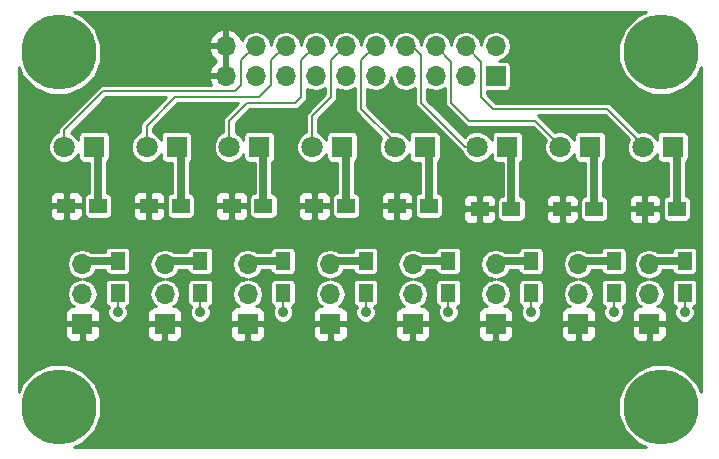
<source format=gbr>
G04 #@! TF.FileFunction,Copper,L2,Bot,Signal*
%FSLAX46Y46*%
G04 Gerber Fmt 4.6, Leading zero omitted, Abs format (unit mm)*
G04 Created by KiCad (PCBNEW 4.0.5) date 05/28/17 12:44:24*
%MOMM*%
%LPD*%
G01*
G04 APERTURE LIST*
%ADD10C,0.150000*%
%ADD11R,1.300000X1.500000*%
%ADD12R,1.800000X1.800000*%
%ADD13C,1.800000*%
%ADD14C,6.350000*%
%ADD15R,1.500000X1.300000*%
%ADD16R,1.700000X1.700000*%
%ADD17O,1.700000X1.700000*%
%ADD18C,0.889000*%
%ADD19C,0.203200*%
%ADD20C,0.635000*%
%ADD21C,0.254000*%
G04 APERTURE END LIST*
D10*
D11*
X57000000Y-21650000D03*
X57000000Y-24350000D03*
X51000000Y-21650000D03*
X51000000Y-24350000D03*
X44000000Y-21650000D03*
X44000000Y-24350000D03*
X37000000Y-21650000D03*
X37000000Y-24350000D03*
X30000000Y-21650000D03*
X30000000Y-24350000D03*
X23000000Y-21650000D03*
X23000000Y-24350000D03*
X16000000Y-21650000D03*
X16000000Y-24350000D03*
X9000000Y-21650000D03*
X9000000Y-24350000D03*
D12*
X56000000Y-12000000D03*
D13*
X53460000Y-12000000D03*
D12*
X49000000Y-12000000D03*
D13*
X46460000Y-12000000D03*
D12*
X42000000Y-12000000D03*
D13*
X39460000Y-12000000D03*
D12*
X35000000Y-12000000D03*
D13*
X32460000Y-12000000D03*
D12*
X28000000Y-12000000D03*
D13*
X25460000Y-12000000D03*
D12*
X21000000Y-12000000D03*
D13*
X18460000Y-12000000D03*
D12*
X14000000Y-12000000D03*
D13*
X11460000Y-12000000D03*
D12*
X7000000Y-12000000D03*
D13*
X4460000Y-12000000D03*
D14*
X55000000Y-34000000D03*
D15*
X53650000Y-17250000D03*
X56350000Y-17250000D03*
X46650000Y-17250000D03*
X49350000Y-17250000D03*
X39650000Y-17250000D03*
X42350000Y-17250000D03*
X32650000Y-17000000D03*
X35350000Y-17000000D03*
X25650000Y-17000000D03*
X28350000Y-17000000D03*
X18650000Y-17000000D03*
X21350000Y-17000000D03*
X11650000Y-17000000D03*
X14350000Y-17000000D03*
X4650000Y-17000000D03*
X7350000Y-17000000D03*
D16*
X41000000Y-6000000D03*
D17*
X41000000Y-3460000D03*
X38460000Y-6000000D03*
X38460000Y-3460000D03*
X35920000Y-6000000D03*
X35920000Y-3460000D03*
X33380000Y-6000000D03*
X33380000Y-3460000D03*
X30840000Y-6000000D03*
X30840000Y-3460000D03*
X28300000Y-6000000D03*
X28300000Y-3460000D03*
X25760000Y-6000000D03*
X25760000Y-3460000D03*
X23220000Y-6000000D03*
X23220000Y-3460000D03*
X20680000Y-6000000D03*
X20680000Y-3460000D03*
X18140000Y-6000000D03*
X18140000Y-3460000D03*
D14*
X55000000Y-4000000D03*
X4000000Y-4000000D03*
X4000000Y-34000000D03*
D16*
X54000000Y-27000000D03*
D17*
X54000000Y-24460000D03*
X54000000Y-21920000D03*
D16*
X48000000Y-27000000D03*
D17*
X48000000Y-24460000D03*
X48000000Y-21920000D03*
D16*
X41000000Y-27000000D03*
D17*
X41000000Y-24460000D03*
X41000000Y-21920000D03*
D16*
X34000000Y-27000000D03*
D17*
X34000000Y-24460000D03*
X34000000Y-21920000D03*
D16*
X27000000Y-27000000D03*
D17*
X27000000Y-24460000D03*
X27000000Y-21920000D03*
D16*
X20000000Y-27000000D03*
D17*
X20000000Y-24460000D03*
X20000000Y-21920000D03*
D16*
X13000000Y-27000000D03*
D17*
X13000000Y-24460000D03*
X13000000Y-21920000D03*
D16*
X6000000Y-27000000D03*
D17*
X6000000Y-24460000D03*
X6000000Y-21920000D03*
D18*
X57000000Y-26000000D03*
X51000000Y-26000000D03*
X44000000Y-26000000D03*
X37000000Y-26000000D03*
X30000000Y-26000000D03*
X23000000Y-26000000D03*
X16000000Y-26000000D03*
X9000000Y-26000000D03*
D19*
X57000000Y-24350000D02*
X57000000Y-26000000D01*
X51000000Y-24350000D02*
X51000000Y-26000000D01*
X44000000Y-24350000D02*
X44000000Y-26000000D01*
X37000000Y-24350000D02*
X37000000Y-26000000D01*
X30000000Y-24350000D02*
X30000000Y-26000000D01*
X23000000Y-24350000D02*
X23000000Y-26000000D01*
X16000000Y-24350000D02*
X16000000Y-26000000D01*
X9000000Y-24350000D02*
X9000000Y-26000000D01*
D20*
X54270000Y-21650000D02*
X54000000Y-21920000D01*
X57000000Y-21650000D02*
X54270000Y-21650000D01*
X48270000Y-21650000D02*
X48000000Y-21920000D01*
X51000000Y-21650000D02*
X48270000Y-21650000D01*
X41270000Y-21650000D02*
X41000000Y-21920000D01*
X44000000Y-21650000D02*
X41270000Y-21650000D01*
X34270000Y-21650000D02*
X34000000Y-21920000D01*
X37000000Y-21650000D02*
X34270000Y-21650000D01*
X27270000Y-21650000D02*
X27000000Y-21920000D01*
X30000000Y-21650000D02*
X27270000Y-21650000D01*
X20270000Y-21650000D02*
X20000000Y-21920000D01*
X23000000Y-21650000D02*
X20270000Y-21650000D01*
X13270000Y-21650000D02*
X13000000Y-21920000D01*
X16000000Y-21650000D02*
X13270000Y-21650000D01*
X6270000Y-21650000D02*
X6000000Y-21920000D01*
X9000000Y-21650000D02*
X6270000Y-21650000D01*
X56350000Y-12350000D02*
X56000000Y-12000000D01*
X56350000Y-17250000D02*
X56350000Y-12350000D01*
X49350000Y-12350000D02*
X49000000Y-12000000D01*
X49350000Y-17250000D02*
X49350000Y-12350000D01*
X42350000Y-12350000D02*
X42000000Y-12000000D01*
X42350000Y-17250000D02*
X42350000Y-12350000D01*
X35350000Y-12350000D02*
X35000000Y-12000000D01*
X35350000Y-17000000D02*
X35350000Y-12350000D01*
X28350000Y-12350000D02*
X28000000Y-12000000D01*
X28350000Y-17000000D02*
X28350000Y-12350000D01*
X21350000Y-12350000D02*
X21000000Y-12000000D01*
X21350000Y-17000000D02*
X21350000Y-12350000D01*
D21*
X14350000Y-12350000D02*
X14000000Y-12000000D01*
D20*
X14350000Y-12350000D02*
X14000000Y-12000000D01*
X14350000Y-17000000D02*
X14350000Y-12350000D01*
D21*
X7350000Y-12350000D02*
X7000000Y-12000000D01*
D20*
X7350000Y-12350000D02*
X7000000Y-12000000D01*
X7350000Y-17000000D02*
X7350000Y-12350000D01*
D19*
X39784000Y-4784000D02*
X38460000Y-3460000D01*
X39784000Y-7780000D02*
X39784000Y-4784000D01*
X40800000Y-8796000D02*
X39784000Y-7780000D01*
X50452000Y-8796000D02*
X40800000Y-8796000D01*
X53460000Y-11804000D02*
X50452000Y-8796000D01*
X53460000Y-12000000D02*
X53460000Y-11804000D01*
X37244000Y-4784000D02*
X35920000Y-3460000D01*
X37244000Y-5240000D02*
X37244000Y-4784000D01*
X46460000Y-11916000D02*
X44356000Y-9812000D01*
X46460000Y-12000000D02*
X46460000Y-11916000D01*
X37244000Y-8288000D02*
X38768000Y-9812000D01*
X38768000Y-9812000D02*
X44356000Y-9812000D01*
X37244000Y-5240000D02*
X37244000Y-8288000D01*
X33940000Y-3460000D02*
X33380000Y-3460000D01*
X38416000Y-12000000D02*
X34704000Y-8288000D01*
X34704000Y-8288000D02*
X34704000Y-7272000D01*
X34704000Y-7272000D02*
X34704000Y-4224000D01*
X34704000Y-4224000D02*
X33940000Y-3460000D01*
X39460000Y-12000000D02*
X38416000Y-12000000D01*
X29624000Y-4676000D02*
X30840000Y-3460000D01*
X29624000Y-8796000D02*
X29624000Y-4676000D01*
X32460000Y-11632000D02*
X29624000Y-8796000D01*
X32460000Y-12000000D02*
X32460000Y-11632000D01*
X25460000Y-9404000D02*
X27084000Y-7780000D01*
X27084000Y-7780000D02*
X27084000Y-4676000D01*
X27084000Y-4676000D02*
X28300000Y-3460000D01*
X25460000Y-12000000D02*
X25460000Y-9404000D01*
X18460000Y-12000000D02*
X18460000Y-11102000D01*
X18460000Y-9800000D02*
X19972000Y-8288000D01*
X19972000Y-8288000D02*
X24036000Y-8288000D01*
X24036000Y-8288000D02*
X24544000Y-7780000D01*
X24544000Y-7780000D02*
X24544000Y-4676000D01*
X24544000Y-4676000D02*
X25760000Y-3460000D01*
X18460000Y-12000000D02*
X18460000Y-9800000D01*
X11460000Y-12000000D02*
X11460000Y-11736000D01*
X11460000Y-10196000D02*
X13876000Y-7780000D01*
X13876000Y-7780000D02*
X20988000Y-7780000D01*
X20988000Y-7780000D02*
X22004000Y-6764000D01*
X22004000Y-6764000D02*
X22004000Y-4676000D01*
X22004000Y-4676000D02*
X23220000Y-3460000D01*
X11460000Y-12000000D02*
X11460000Y-10196000D01*
X4460000Y-10592000D02*
X7780000Y-7272000D01*
X7780000Y-7272000D02*
X18956000Y-7272000D01*
X18956000Y-7272000D02*
X19464000Y-6764000D01*
X19464000Y-6764000D02*
X19464000Y-4676000D01*
X19464000Y-4676000D02*
X20680000Y-3460000D01*
X4460000Y-12000000D02*
X4460000Y-10592000D01*
D21*
G36*
X52959581Y-940521D02*
X51944087Y-1954245D01*
X51393828Y-3279416D01*
X51392576Y-4714289D01*
X51940521Y-6040419D01*
X52954245Y-7055913D01*
X54279416Y-7606172D01*
X55714289Y-7607424D01*
X57040419Y-7059479D01*
X58055913Y-6045755D01*
X58377700Y-5270806D01*
X58377700Y-32729736D01*
X58059479Y-31959581D01*
X57045755Y-30944087D01*
X55720584Y-30393828D01*
X54285711Y-30392576D01*
X52959581Y-30940521D01*
X51944087Y-31954245D01*
X51393828Y-33279416D01*
X51392576Y-34714289D01*
X51940521Y-36040419D01*
X52954245Y-37055913D01*
X53729194Y-37377700D01*
X5270264Y-37377700D01*
X6040419Y-37059479D01*
X7055913Y-36045755D01*
X7606172Y-34720584D01*
X7607424Y-33285711D01*
X7059479Y-31959581D01*
X6045755Y-30944087D01*
X4720584Y-30393828D01*
X3285711Y-30392576D01*
X1959581Y-30940521D01*
X944087Y-31954245D01*
X622300Y-32729194D01*
X622300Y-27285750D01*
X4515000Y-27285750D01*
X4515000Y-27976310D01*
X4611673Y-28209699D01*
X4790302Y-28388327D01*
X5023691Y-28485000D01*
X5714250Y-28485000D01*
X5873000Y-28326250D01*
X5873000Y-27127000D01*
X6127000Y-27127000D01*
X6127000Y-28326250D01*
X6285750Y-28485000D01*
X6976309Y-28485000D01*
X7209698Y-28388327D01*
X7388327Y-28209699D01*
X7485000Y-27976310D01*
X7485000Y-27285750D01*
X11515000Y-27285750D01*
X11515000Y-27976310D01*
X11611673Y-28209699D01*
X11790302Y-28388327D01*
X12023691Y-28485000D01*
X12714250Y-28485000D01*
X12873000Y-28326250D01*
X12873000Y-27127000D01*
X13127000Y-27127000D01*
X13127000Y-28326250D01*
X13285750Y-28485000D01*
X13976309Y-28485000D01*
X14209698Y-28388327D01*
X14388327Y-28209699D01*
X14485000Y-27976310D01*
X14485000Y-27285750D01*
X18515000Y-27285750D01*
X18515000Y-27976310D01*
X18611673Y-28209699D01*
X18790302Y-28388327D01*
X19023691Y-28485000D01*
X19714250Y-28485000D01*
X19873000Y-28326250D01*
X19873000Y-27127000D01*
X20127000Y-27127000D01*
X20127000Y-28326250D01*
X20285750Y-28485000D01*
X20976309Y-28485000D01*
X21209698Y-28388327D01*
X21388327Y-28209699D01*
X21485000Y-27976310D01*
X21485000Y-27285750D01*
X25515000Y-27285750D01*
X25515000Y-27976310D01*
X25611673Y-28209699D01*
X25790302Y-28388327D01*
X26023691Y-28485000D01*
X26714250Y-28485000D01*
X26873000Y-28326250D01*
X26873000Y-27127000D01*
X27127000Y-27127000D01*
X27127000Y-28326250D01*
X27285750Y-28485000D01*
X27976309Y-28485000D01*
X28209698Y-28388327D01*
X28388327Y-28209699D01*
X28485000Y-27976310D01*
X28485000Y-27285750D01*
X32515000Y-27285750D01*
X32515000Y-27976310D01*
X32611673Y-28209699D01*
X32790302Y-28388327D01*
X33023691Y-28485000D01*
X33714250Y-28485000D01*
X33873000Y-28326250D01*
X33873000Y-27127000D01*
X34127000Y-27127000D01*
X34127000Y-28326250D01*
X34285750Y-28485000D01*
X34976309Y-28485000D01*
X35209698Y-28388327D01*
X35388327Y-28209699D01*
X35485000Y-27976310D01*
X35485000Y-27285750D01*
X39515000Y-27285750D01*
X39515000Y-27976310D01*
X39611673Y-28209699D01*
X39790302Y-28388327D01*
X40023691Y-28485000D01*
X40714250Y-28485000D01*
X40873000Y-28326250D01*
X40873000Y-27127000D01*
X41127000Y-27127000D01*
X41127000Y-28326250D01*
X41285750Y-28485000D01*
X41976309Y-28485000D01*
X42209698Y-28388327D01*
X42388327Y-28209699D01*
X42485000Y-27976310D01*
X42485000Y-27285750D01*
X46515000Y-27285750D01*
X46515000Y-27976310D01*
X46611673Y-28209699D01*
X46790302Y-28388327D01*
X47023691Y-28485000D01*
X47714250Y-28485000D01*
X47873000Y-28326250D01*
X47873000Y-27127000D01*
X48127000Y-27127000D01*
X48127000Y-28326250D01*
X48285750Y-28485000D01*
X48976309Y-28485000D01*
X49209698Y-28388327D01*
X49388327Y-28209699D01*
X49485000Y-27976310D01*
X49485000Y-27285750D01*
X52515000Y-27285750D01*
X52515000Y-27976310D01*
X52611673Y-28209699D01*
X52790302Y-28388327D01*
X53023691Y-28485000D01*
X53714250Y-28485000D01*
X53873000Y-28326250D01*
X53873000Y-27127000D01*
X54127000Y-27127000D01*
X54127000Y-28326250D01*
X54285750Y-28485000D01*
X54976309Y-28485000D01*
X55209698Y-28388327D01*
X55388327Y-28209699D01*
X55485000Y-27976310D01*
X55485000Y-27285750D01*
X55326250Y-27127000D01*
X54127000Y-27127000D01*
X53873000Y-27127000D01*
X52673750Y-27127000D01*
X52515000Y-27285750D01*
X49485000Y-27285750D01*
X49326250Y-27127000D01*
X48127000Y-27127000D01*
X47873000Y-27127000D01*
X46673750Y-27127000D01*
X46515000Y-27285750D01*
X42485000Y-27285750D01*
X42326250Y-27127000D01*
X41127000Y-27127000D01*
X40873000Y-27127000D01*
X39673750Y-27127000D01*
X39515000Y-27285750D01*
X35485000Y-27285750D01*
X35326250Y-27127000D01*
X34127000Y-27127000D01*
X33873000Y-27127000D01*
X32673750Y-27127000D01*
X32515000Y-27285750D01*
X28485000Y-27285750D01*
X28326250Y-27127000D01*
X27127000Y-27127000D01*
X26873000Y-27127000D01*
X25673750Y-27127000D01*
X25515000Y-27285750D01*
X21485000Y-27285750D01*
X21326250Y-27127000D01*
X20127000Y-27127000D01*
X19873000Y-27127000D01*
X18673750Y-27127000D01*
X18515000Y-27285750D01*
X14485000Y-27285750D01*
X14326250Y-27127000D01*
X13127000Y-27127000D01*
X12873000Y-27127000D01*
X11673750Y-27127000D01*
X11515000Y-27285750D01*
X7485000Y-27285750D01*
X7326250Y-27127000D01*
X6127000Y-27127000D01*
X5873000Y-27127000D01*
X4673750Y-27127000D01*
X4515000Y-27285750D01*
X622300Y-27285750D01*
X622300Y-26023690D01*
X4515000Y-26023690D01*
X4515000Y-26714250D01*
X4673750Y-26873000D01*
X5873000Y-26873000D01*
X5873000Y-26853000D01*
X6127000Y-26853000D01*
X6127000Y-26873000D01*
X7326250Y-26873000D01*
X7485000Y-26714250D01*
X7485000Y-26023690D01*
X7388327Y-25790301D01*
X7209698Y-25611673D01*
X6976309Y-25515000D01*
X6709040Y-25515000D01*
X6931481Y-25366369D01*
X7209341Y-24950524D01*
X7306912Y-24460000D01*
X7209341Y-23969476D01*
X6962464Y-23600000D01*
X7909741Y-23600000D01*
X7909741Y-25100000D01*
X7939850Y-25260015D01*
X8034419Y-25406980D01*
X8178715Y-25505573D01*
X8250430Y-25520096D01*
X8123852Y-25824928D01*
X8123548Y-26173542D01*
X8256676Y-26495736D01*
X8502968Y-26742458D01*
X8824928Y-26876148D01*
X9173542Y-26876452D01*
X9495736Y-26743324D01*
X9742458Y-26497032D01*
X9876148Y-26175072D01*
X9876280Y-26023690D01*
X11515000Y-26023690D01*
X11515000Y-26714250D01*
X11673750Y-26873000D01*
X12873000Y-26873000D01*
X12873000Y-26853000D01*
X13127000Y-26853000D01*
X13127000Y-26873000D01*
X14326250Y-26873000D01*
X14485000Y-26714250D01*
X14485000Y-26023690D01*
X14388327Y-25790301D01*
X14209698Y-25611673D01*
X13976309Y-25515000D01*
X13709040Y-25515000D01*
X13931481Y-25366369D01*
X14209341Y-24950524D01*
X14306912Y-24460000D01*
X14209341Y-23969476D01*
X13962464Y-23600000D01*
X14909741Y-23600000D01*
X14909741Y-25100000D01*
X14939850Y-25260015D01*
X15034419Y-25406980D01*
X15178715Y-25505573D01*
X15250430Y-25520096D01*
X15123852Y-25824928D01*
X15123548Y-26173542D01*
X15256676Y-26495736D01*
X15502968Y-26742458D01*
X15824928Y-26876148D01*
X16173542Y-26876452D01*
X16495736Y-26743324D01*
X16742458Y-26497032D01*
X16876148Y-26175072D01*
X16876280Y-26023690D01*
X18515000Y-26023690D01*
X18515000Y-26714250D01*
X18673750Y-26873000D01*
X19873000Y-26873000D01*
X19873000Y-26853000D01*
X20127000Y-26853000D01*
X20127000Y-26873000D01*
X21326250Y-26873000D01*
X21485000Y-26714250D01*
X21485000Y-26023690D01*
X21388327Y-25790301D01*
X21209698Y-25611673D01*
X20976309Y-25515000D01*
X20709040Y-25515000D01*
X20931481Y-25366369D01*
X21209341Y-24950524D01*
X21306912Y-24460000D01*
X21209341Y-23969476D01*
X20962464Y-23600000D01*
X21909741Y-23600000D01*
X21909741Y-25100000D01*
X21939850Y-25260015D01*
X22034419Y-25406980D01*
X22178715Y-25505573D01*
X22250430Y-25520096D01*
X22123852Y-25824928D01*
X22123548Y-26173542D01*
X22256676Y-26495736D01*
X22502968Y-26742458D01*
X22824928Y-26876148D01*
X23173542Y-26876452D01*
X23495736Y-26743324D01*
X23742458Y-26497032D01*
X23876148Y-26175072D01*
X23876280Y-26023690D01*
X25515000Y-26023690D01*
X25515000Y-26714250D01*
X25673750Y-26873000D01*
X26873000Y-26873000D01*
X26873000Y-26853000D01*
X27127000Y-26853000D01*
X27127000Y-26873000D01*
X28326250Y-26873000D01*
X28485000Y-26714250D01*
X28485000Y-26023690D01*
X28388327Y-25790301D01*
X28209698Y-25611673D01*
X27976309Y-25515000D01*
X27709040Y-25515000D01*
X27931481Y-25366369D01*
X28209341Y-24950524D01*
X28306912Y-24460000D01*
X28209341Y-23969476D01*
X27962464Y-23600000D01*
X28909741Y-23600000D01*
X28909741Y-25100000D01*
X28939850Y-25260015D01*
X29034419Y-25406980D01*
X29178715Y-25505573D01*
X29250430Y-25520096D01*
X29123852Y-25824928D01*
X29123548Y-26173542D01*
X29256676Y-26495736D01*
X29502968Y-26742458D01*
X29824928Y-26876148D01*
X30173542Y-26876452D01*
X30495736Y-26743324D01*
X30742458Y-26497032D01*
X30876148Y-26175072D01*
X30876280Y-26023690D01*
X32515000Y-26023690D01*
X32515000Y-26714250D01*
X32673750Y-26873000D01*
X33873000Y-26873000D01*
X33873000Y-26853000D01*
X34127000Y-26853000D01*
X34127000Y-26873000D01*
X35326250Y-26873000D01*
X35485000Y-26714250D01*
X35485000Y-26023690D01*
X35388327Y-25790301D01*
X35209698Y-25611673D01*
X34976309Y-25515000D01*
X34709040Y-25515000D01*
X34931481Y-25366369D01*
X35209341Y-24950524D01*
X35306912Y-24460000D01*
X35209341Y-23969476D01*
X34962464Y-23600000D01*
X35909741Y-23600000D01*
X35909741Y-25100000D01*
X35939850Y-25260015D01*
X36034419Y-25406980D01*
X36178715Y-25505573D01*
X36250430Y-25520096D01*
X36123852Y-25824928D01*
X36123548Y-26173542D01*
X36256676Y-26495736D01*
X36502968Y-26742458D01*
X36824928Y-26876148D01*
X37173542Y-26876452D01*
X37495736Y-26743324D01*
X37742458Y-26497032D01*
X37876148Y-26175072D01*
X37876280Y-26023690D01*
X39515000Y-26023690D01*
X39515000Y-26714250D01*
X39673750Y-26873000D01*
X40873000Y-26873000D01*
X40873000Y-26853000D01*
X41127000Y-26853000D01*
X41127000Y-26873000D01*
X42326250Y-26873000D01*
X42485000Y-26714250D01*
X42485000Y-26023690D01*
X42388327Y-25790301D01*
X42209698Y-25611673D01*
X41976309Y-25515000D01*
X41709040Y-25515000D01*
X41931481Y-25366369D01*
X42209341Y-24950524D01*
X42306912Y-24460000D01*
X42209341Y-23969476D01*
X41962464Y-23600000D01*
X42909741Y-23600000D01*
X42909741Y-25100000D01*
X42939850Y-25260015D01*
X43034419Y-25406980D01*
X43178715Y-25505573D01*
X43250430Y-25520096D01*
X43123852Y-25824928D01*
X43123548Y-26173542D01*
X43256676Y-26495736D01*
X43502968Y-26742458D01*
X43824928Y-26876148D01*
X44173542Y-26876452D01*
X44495736Y-26743324D01*
X44742458Y-26497032D01*
X44876148Y-26175072D01*
X44876280Y-26023690D01*
X46515000Y-26023690D01*
X46515000Y-26714250D01*
X46673750Y-26873000D01*
X47873000Y-26873000D01*
X47873000Y-26853000D01*
X48127000Y-26853000D01*
X48127000Y-26873000D01*
X49326250Y-26873000D01*
X49485000Y-26714250D01*
X49485000Y-26023690D01*
X49388327Y-25790301D01*
X49209698Y-25611673D01*
X48976309Y-25515000D01*
X48709040Y-25515000D01*
X48931481Y-25366369D01*
X49209341Y-24950524D01*
X49306912Y-24460000D01*
X49209341Y-23969476D01*
X48962464Y-23600000D01*
X49909741Y-23600000D01*
X49909741Y-25100000D01*
X49939850Y-25260015D01*
X50034419Y-25406980D01*
X50178715Y-25505573D01*
X50250430Y-25520096D01*
X50123852Y-25824928D01*
X50123548Y-26173542D01*
X50256676Y-26495736D01*
X50502968Y-26742458D01*
X50824928Y-26876148D01*
X51173542Y-26876452D01*
X51495736Y-26743324D01*
X51742458Y-26497032D01*
X51876148Y-26175072D01*
X51876280Y-26023690D01*
X52515000Y-26023690D01*
X52515000Y-26714250D01*
X52673750Y-26873000D01*
X53873000Y-26873000D01*
X53873000Y-26853000D01*
X54127000Y-26853000D01*
X54127000Y-26873000D01*
X55326250Y-26873000D01*
X55485000Y-26714250D01*
X55485000Y-26023690D01*
X55388327Y-25790301D01*
X55209698Y-25611673D01*
X54976309Y-25515000D01*
X54709040Y-25515000D01*
X54931481Y-25366369D01*
X55209341Y-24950524D01*
X55306912Y-24460000D01*
X55209341Y-23969476D01*
X54962464Y-23600000D01*
X55909741Y-23600000D01*
X55909741Y-25100000D01*
X55939850Y-25260015D01*
X56034419Y-25406980D01*
X56178715Y-25505573D01*
X56250430Y-25520096D01*
X56123852Y-25824928D01*
X56123548Y-26173542D01*
X56256676Y-26495736D01*
X56502968Y-26742458D01*
X56824928Y-26876148D01*
X57173542Y-26876452D01*
X57495736Y-26743324D01*
X57742458Y-26497032D01*
X57876148Y-26175072D01*
X57876452Y-25826458D01*
X57750392Y-25521369D01*
X57810015Y-25510150D01*
X57956980Y-25415581D01*
X58055573Y-25271285D01*
X58090259Y-25100000D01*
X58090259Y-23600000D01*
X58060150Y-23439985D01*
X57965581Y-23293020D01*
X57821285Y-23194427D01*
X57650000Y-23159741D01*
X56350000Y-23159741D01*
X56189985Y-23189850D01*
X56043020Y-23284419D01*
X55944427Y-23428715D01*
X55909741Y-23600000D01*
X54962464Y-23600000D01*
X54931481Y-23553631D01*
X54515636Y-23275771D01*
X54084435Y-23190000D01*
X54515636Y-23104229D01*
X54931481Y-22826369D01*
X55209341Y-22410524D01*
X55211574Y-22399300D01*
X55909741Y-22399300D01*
X55909741Y-22400000D01*
X55939850Y-22560015D01*
X56034419Y-22706980D01*
X56178715Y-22805573D01*
X56350000Y-22840259D01*
X57650000Y-22840259D01*
X57810015Y-22810150D01*
X57956980Y-22715581D01*
X58055573Y-22571285D01*
X58090259Y-22400000D01*
X58090259Y-20900000D01*
X58060150Y-20739985D01*
X57965581Y-20593020D01*
X57821285Y-20494427D01*
X57650000Y-20459741D01*
X56350000Y-20459741D01*
X56189985Y-20489850D01*
X56043020Y-20584419D01*
X55944427Y-20728715D01*
X55909741Y-20900000D01*
X55909741Y-20900700D01*
X54762469Y-20900700D01*
X54515636Y-20735771D01*
X54025112Y-20638200D01*
X53974888Y-20638200D01*
X53484364Y-20735771D01*
X53068519Y-21013631D01*
X52790659Y-21429476D01*
X52693088Y-21920000D01*
X52790659Y-22410524D01*
X53068519Y-22826369D01*
X53484364Y-23104229D01*
X53915565Y-23190000D01*
X53484364Y-23275771D01*
X53068519Y-23553631D01*
X52790659Y-23969476D01*
X52693088Y-24460000D01*
X52790659Y-24950524D01*
X53068519Y-25366369D01*
X53290960Y-25515000D01*
X53023691Y-25515000D01*
X52790302Y-25611673D01*
X52611673Y-25790301D01*
X52515000Y-26023690D01*
X51876280Y-26023690D01*
X51876452Y-25826458D01*
X51750392Y-25521369D01*
X51810015Y-25510150D01*
X51956980Y-25415581D01*
X52055573Y-25271285D01*
X52090259Y-25100000D01*
X52090259Y-23600000D01*
X52060150Y-23439985D01*
X51965581Y-23293020D01*
X51821285Y-23194427D01*
X51650000Y-23159741D01*
X50350000Y-23159741D01*
X50189985Y-23189850D01*
X50043020Y-23284419D01*
X49944427Y-23428715D01*
X49909741Y-23600000D01*
X48962464Y-23600000D01*
X48931481Y-23553631D01*
X48515636Y-23275771D01*
X48084435Y-23190000D01*
X48515636Y-23104229D01*
X48931481Y-22826369D01*
X49209341Y-22410524D01*
X49211574Y-22399300D01*
X49909741Y-22399300D01*
X49909741Y-22400000D01*
X49939850Y-22560015D01*
X50034419Y-22706980D01*
X50178715Y-22805573D01*
X50350000Y-22840259D01*
X51650000Y-22840259D01*
X51810015Y-22810150D01*
X51956980Y-22715581D01*
X52055573Y-22571285D01*
X52090259Y-22400000D01*
X52090259Y-20900000D01*
X52060150Y-20739985D01*
X51965581Y-20593020D01*
X51821285Y-20494427D01*
X51650000Y-20459741D01*
X50350000Y-20459741D01*
X50189985Y-20489850D01*
X50043020Y-20584419D01*
X49944427Y-20728715D01*
X49909741Y-20900000D01*
X49909741Y-20900700D01*
X48762469Y-20900700D01*
X48515636Y-20735771D01*
X48025112Y-20638200D01*
X47974888Y-20638200D01*
X47484364Y-20735771D01*
X47068519Y-21013631D01*
X46790659Y-21429476D01*
X46693088Y-21920000D01*
X46790659Y-22410524D01*
X47068519Y-22826369D01*
X47484364Y-23104229D01*
X47915565Y-23190000D01*
X47484364Y-23275771D01*
X47068519Y-23553631D01*
X46790659Y-23969476D01*
X46693088Y-24460000D01*
X46790659Y-24950524D01*
X47068519Y-25366369D01*
X47290960Y-25515000D01*
X47023691Y-25515000D01*
X46790302Y-25611673D01*
X46611673Y-25790301D01*
X46515000Y-26023690D01*
X44876280Y-26023690D01*
X44876452Y-25826458D01*
X44750392Y-25521369D01*
X44810015Y-25510150D01*
X44956980Y-25415581D01*
X45055573Y-25271285D01*
X45090259Y-25100000D01*
X45090259Y-23600000D01*
X45060150Y-23439985D01*
X44965581Y-23293020D01*
X44821285Y-23194427D01*
X44650000Y-23159741D01*
X43350000Y-23159741D01*
X43189985Y-23189850D01*
X43043020Y-23284419D01*
X42944427Y-23428715D01*
X42909741Y-23600000D01*
X41962464Y-23600000D01*
X41931481Y-23553631D01*
X41515636Y-23275771D01*
X41084435Y-23190000D01*
X41515636Y-23104229D01*
X41931481Y-22826369D01*
X42209341Y-22410524D01*
X42211574Y-22399300D01*
X42909741Y-22399300D01*
X42909741Y-22400000D01*
X42939850Y-22560015D01*
X43034419Y-22706980D01*
X43178715Y-22805573D01*
X43350000Y-22840259D01*
X44650000Y-22840259D01*
X44810015Y-22810150D01*
X44956980Y-22715581D01*
X45055573Y-22571285D01*
X45090259Y-22400000D01*
X45090259Y-20900000D01*
X45060150Y-20739985D01*
X44965581Y-20593020D01*
X44821285Y-20494427D01*
X44650000Y-20459741D01*
X43350000Y-20459741D01*
X43189985Y-20489850D01*
X43043020Y-20584419D01*
X42944427Y-20728715D01*
X42909741Y-20900000D01*
X42909741Y-20900700D01*
X41762469Y-20900700D01*
X41515636Y-20735771D01*
X41025112Y-20638200D01*
X40974888Y-20638200D01*
X40484364Y-20735771D01*
X40068519Y-21013631D01*
X39790659Y-21429476D01*
X39693088Y-21920000D01*
X39790659Y-22410524D01*
X40068519Y-22826369D01*
X40484364Y-23104229D01*
X40915565Y-23190000D01*
X40484364Y-23275771D01*
X40068519Y-23553631D01*
X39790659Y-23969476D01*
X39693088Y-24460000D01*
X39790659Y-24950524D01*
X40068519Y-25366369D01*
X40290960Y-25515000D01*
X40023691Y-25515000D01*
X39790302Y-25611673D01*
X39611673Y-25790301D01*
X39515000Y-26023690D01*
X37876280Y-26023690D01*
X37876452Y-25826458D01*
X37750392Y-25521369D01*
X37810015Y-25510150D01*
X37956980Y-25415581D01*
X38055573Y-25271285D01*
X38090259Y-25100000D01*
X38090259Y-23600000D01*
X38060150Y-23439985D01*
X37965581Y-23293020D01*
X37821285Y-23194427D01*
X37650000Y-23159741D01*
X36350000Y-23159741D01*
X36189985Y-23189850D01*
X36043020Y-23284419D01*
X35944427Y-23428715D01*
X35909741Y-23600000D01*
X34962464Y-23600000D01*
X34931481Y-23553631D01*
X34515636Y-23275771D01*
X34084435Y-23190000D01*
X34515636Y-23104229D01*
X34931481Y-22826369D01*
X35209341Y-22410524D01*
X35211574Y-22399300D01*
X35909741Y-22399300D01*
X35909741Y-22400000D01*
X35939850Y-22560015D01*
X36034419Y-22706980D01*
X36178715Y-22805573D01*
X36350000Y-22840259D01*
X37650000Y-22840259D01*
X37810015Y-22810150D01*
X37956980Y-22715581D01*
X38055573Y-22571285D01*
X38090259Y-22400000D01*
X38090259Y-20900000D01*
X38060150Y-20739985D01*
X37965581Y-20593020D01*
X37821285Y-20494427D01*
X37650000Y-20459741D01*
X36350000Y-20459741D01*
X36189985Y-20489850D01*
X36043020Y-20584419D01*
X35944427Y-20728715D01*
X35909741Y-20900000D01*
X35909741Y-20900700D01*
X34762469Y-20900700D01*
X34515636Y-20735771D01*
X34025112Y-20638200D01*
X33974888Y-20638200D01*
X33484364Y-20735771D01*
X33068519Y-21013631D01*
X32790659Y-21429476D01*
X32693088Y-21920000D01*
X32790659Y-22410524D01*
X33068519Y-22826369D01*
X33484364Y-23104229D01*
X33915565Y-23190000D01*
X33484364Y-23275771D01*
X33068519Y-23553631D01*
X32790659Y-23969476D01*
X32693088Y-24460000D01*
X32790659Y-24950524D01*
X33068519Y-25366369D01*
X33290960Y-25515000D01*
X33023691Y-25515000D01*
X32790302Y-25611673D01*
X32611673Y-25790301D01*
X32515000Y-26023690D01*
X30876280Y-26023690D01*
X30876452Y-25826458D01*
X30750392Y-25521369D01*
X30810015Y-25510150D01*
X30956980Y-25415581D01*
X31055573Y-25271285D01*
X31090259Y-25100000D01*
X31090259Y-23600000D01*
X31060150Y-23439985D01*
X30965581Y-23293020D01*
X30821285Y-23194427D01*
X30650000Y-23159741D01*
X29350000Y-23159741D01*
X29189985Y-23189850D01*
X29043020Y-23284419D01*
X28944427Y-23428715D01*
X28909741Y-23600000D01*
X27962464Y-23600000D01*
X27931481Y-23553631D01*
X27515636Y-23275771D01*
X27084435Y-23190000D01*
X27515636Y-23104229D01*
X27931481Y-22826369D01*
X28209341Y-22410524D01*
X28211574Y-22399300D01*
X28909741Y-22399300D01*
X28909741Y-22400000D01*
X28939850Y-22560015D01*
X29034419Y-22706980D01*
X29178715Y-22805573D01*
X29350000Y-22840259D01*
X30650000Y-22840259D01*
X30810015Y-22810150D01*
X30956980Y-22715581D01*
X31055573Y-22571285D01*
X31090259Y-22400000D01*
X31090259Y-20900000D01*
X31060150Y-20739985D01*
X30965581Y-20593020D01*
X30821285Y-20494427D01*
X30650000Y-20459741D01*
X29350000Y-20459741D01*
X29189985Y-20489850D01*
X29043020Y-20584419D01*
X28944427Y-20728715D01*
X28909741Y-20900000D01*
X28909741Y-20900700D01*
X27762469Y-20900700D01*
X27515636Y-20735771D01*
X27025112Y-20638200D01*
X26974888Y-20638200D01*
X26484364Y-20735771D01*
X26068519Y-21013631D01*
X25790659Y-21429476D01*
X25693088Y-21920000D01*
X25790659Y-22410524D01*
X26068519Y-22826369D01*
X26484364Y-23104229D01*
X26915565Y-23190000D01*
X26484364Y-23275771D01*
X26068519Y-23553631D01*
X25790659Y-23969476D01*
X25693088Y-24460000D01*
X25790659Y-24950524D01*
X26068519Y-25366369D01*
X26290960Y-25515000D01*
X26023691Y-25515000D01*
X25790302Y-25611673D01*
X25611673Y-25790301D01*
X25515000Y-26023690D01*
X23876280Y-26023690D01*
X23876452Y-25826458D01*
X23750392Y-25521369D01*
X23810015Y-25510150D01*
X23956980Y-25415581D01*
X24055573Y-25271285D01*
X24090259Y-25100000D01*
X24090259Y-23600000D01*
X24060150Y-23439985D01*
X23965581Y-23293020D01*
X23821285Y-23194427D01*
X23650000Y-23159741D01*
X22350000Y-23159741D01*
X22189985Y-23189850D01*
X22043020Y-23284419D01*
X21944427Y-23428715D01*
X21909741Y-23600000D01*
X20962464Y-23600000D01*
X20931481Y-23553631D01*
X20515636Y-23275771D01*
X20084435Y-23190000D01*
X20515636Y-23104229D01*
X20931481Y-22826369D01*
X21209341Y-22410524D01*
X21211574Y-22399300D01*
X21909741Y-22399300D01*
X21909741Y-22400000D01*
X21939850Y-22560015D01*
X22034419Y-22706980D01*
X22178715Y-22805573D01*
X22350000Y-22840259D01*
X23650000Y-22840259D01*
X23810015Y-22810150D01*
X23956980Y-22715581D01*
X24055573Y-22571285D01*
X24090259Y-22400000D01*
X24090259Y-20900000D01*
X24060150Y-20739985D01*
X23965581Y-20593020D01*
X23821285Y-20494427D01*
X23650000Y-20459741D01*
X22350000Y-20459741D01*
X22189985Y-20489850D01*
X22043020Y-20584419D01*
X21944427Y-20728715D01*
X21909741Y-20900000D01*
X21909741Y-20900700D01*
X20762469Y-20900700D01*
X20515636Y-20735771D01*
X20025112Y-20638200D01*
X19974888Y-20638200D01*
X19484364Y-20735771D01*
X19068519Y-21013631D01*
X18790659Y-21429476D01*
X18693088Y-21920000D01*
X18790659Y-22410524D01*
X19068519Y-22826369D01*
X19484364Y-23104229D01*
X19915565Y-23190000D01*
X19484364Y-23275771D01*
X19068519Y-23553631D01*
X18790659Y-23969476D01*
X18693088Y-24460000D01*
X18790659Y-24950524D01*
X19068519Y-25366369D01*
X19290960Y-25515000D01*
X19023691Y-25515000D01*
X18790302Y-25611673D01*
X18611673Y-25790301D01*
X18515000Y-26023690D01*
X16876280Y-26023690D01*
X16876452Y-25826458D01*
X16750392Y-25521369D01*
X16810015Y-25510150D01*
X16956980Y-25415581D01*
X17055573Y-25271285D01*
X17090259Y-25100000D01*
X17090259Y-23600000D01*
X17060150Y-23439985D01*
X16965581Y-23293020D01*
X16821285Y-23194427D01*
X16650000Y-23159741D01*
X15350000Y-23159741D01*
X15189985Y-23189850D01*
X15043020Y-23284419D01*
X14944427Y-23428715D01*
X14909741Y-23600000D01*
X13962464Y-23600000D01*
X13931481Y-23553631D01*
X13515636Y-23275771D01*
X13084435Y-23190000D01*
X13515636Y-23104229D01*
X13931481Y-22826369D01*
X14209341Y-22410524D01*
X14211574Y-22399300D01*
X14909741Y-22399300D01*
X14909741Y-22400000D01*
X14939850Y-22560015D01*
X15034419Y-22706980D01*
X15178715Y-22805573D01*
X15350000Y-22840259D01*
X16650000Y-22840259D01*
X16810015Y-22810150D01*
X16956980Y-22715581D01*
X17055573Y-22571285D01*
X17090259Y-22400000D01*
X17090259Y-20900000D01*
X17060150Y-20739985D01*
X16965581Y-20593020D01*
X16821285Y-20494427D01*
X16650000Y-20459741D01*
X15350000Y-20459741D01*
X15189985Y-20489850D01*
X15043020Y-20584419D01*
X14944427Y-20728715D01*
X14909741Y-20900000D01*
X14909741Y-20900700D01*
X13762469Y-20900700D01*
X13515636Y-20735771D01*
X13025112Y-20638200D01*
X12974888Y-20638200D01*
X12484364Y-20735771D01*
X12068519Y-21013631D01*
X11790659Y-21429476D01*
X11693088Y-21920000D01*
X11790659Y-22410524D01*
X12068519Y-22826369D01*
X12484364Y-23104229D01*
X12915565Y-23190000D01*
X12484364Y-23275771D01*
X12068519Y-23553631D01*
X11790659Y-23969476D01*
X11693088Y-24460000D01*
X11790659Y-24950524D01*
X12068519Y-25366369D01*
X12290960Y-25515000D01*
X12023691Y-25515000D01*
X11790302Y-25611673D01*
X11611673Y-25790301D01*
X11515000Y-26023690D01*
X9876280Y-26023690D01*
X9876452Y-25826458D01*
X9750392Y-25521369D01*
X9810015Y-25510150D01*
X9956980Y-25415581D01*
X10055573Y-25271285D01*
X10090259Y-25100000D01*
X10090259Y-23600000D01*
X10060150Y-23439985D01*
X9965581Y-23293020D01*
X9821285Y-23194427D01*
X9650000Y-23159741D01*
X8350000Y-23159741D01*
X8189985Y-23189850D01*
X8043020Y-23284419D01*
X7944427Y-23428715D01*
X7909741Y-23600000D01*
X6962464Y-23600000D01*
X6931481Y-23553631D01*
X6515636Y-23275771D01*
X6084435Y-23190000D01*
X6515636Y-23104229D01*
X6931481Y-22826369D01*
X7209341Y-22410524D01*
X7211574Y-22399300D01*
X7909741Y-22399300D01*
X7909741Y-22400000D01*
X7939850Y-22560015D01*
X8034419Y-22706980D01*
X8178715Y-22805573D01*
X8350000Y-22840259D01*
X9650000Y-22840259D01*
X9810015Y-22810150D01*
X9956980Y-22715581D01*
X10055573Y-22571285D01*
X10090259Y-22400000D01*
X10090259Y-20900000D01*
X10060150Y-20739985D01*
X9965581Y-20593020D01*
X9821285Y-20494427D01*
X9650000Y-20459741D01*
X8350000Y-20459741D01*
X8189985Y-20489850D01*
X8043020Y-20584419D01*
X7944427Y-20728715D01*
X7909741Y-20900000D01*
X7909741Y-20900700D01*
X6762469Y-20900700D01*
X6515636Y-20735771D01*
X6025112Y-20638200D01*
X5974888Y-20638200D01*
X5484364Y-20735771D01*
X5068519Y-21013631D01*
X4790659Y-21429476D01*
X4693088Y-21920000D01*
X4790659Y-22410524D01*
X5068519Y-22826369D01*
X5484364Y-23104229D01*
X5915565Y-23190000D01*
X5484364Y-23275771D01*
X5068519Y-23553631D01*
X4790659Y-23969476D01*
X4693088Y-24460000D01*
X4790659Y-24950524D01*
X5068519Y-25366369D01*
X5290960Y-25515000D01*
X5023691Y-25515000D01*
X4790302Y-25611673D01*
X4611673Y-25790301D01*
X4515000Y-26023690D01*
X622300Y-26023690D01*
X622300Y-17285750D01*
X3265000Y-17285750D01*
X3265000Y-17776310D01*
X3361673Y-18009699D01*
X3540302Y-18188327D01*
X3773691Y-18285000D01*
X4364250Y-18285000D01*
X4523000Y-18126250D01*
X4523000Y-17127000D01*
X4777000Y-17127000D01*
X4777000Y-18126250D01*
X4935750Y-18285000D01*
X5526309Y-18285000D01*
X5759698Y-18188327D01*
X5938327Y-18009699D01*
X6035000Y-17776310D01*
X6035000Y-17285750D01*
X5876250Y-17127000D01*
X4777000Y-17127000D01*
X4523000Y-17127000D01*
X3423750Y-17127000D01*
X3265000Y-17285750D01*
X622300Y-17285750D01*
X622300Y-16223690D01*
X3265000Y-16223690D01*
X3265000Y-16714250D01*
X3423750Y-16873000D01*
X4523000Y-16873000D01*
X4523000Y-15873750D01*
X4777000Y-15873750D01*
X4777000Y-16873000D01*
X5876250Y-16873000D01*
X6035000Y-16714250D01*
X6035000Y-16223690D01*
X5938327Y-15990301D01*
X5759698Y-15811673D01*
X5526309Y-15715000D01*
X4935750Y-15715000D01*
X4777000Y-15873750D01*
X4523000Y-15873750D01*
X4364250Y-15715000D01*
X3773691Y-15715000D01*
X3540302Y-15811673D01*
X3361673Y-15990301D01*
X3265000Y-16223690D01*
X622300Y-16223690D01*
X622300Y-12263749D01*
X3127969Y-12263749D01*
X3330296Y-12753419D01*
X3704611Y-13128387D01*
X4193926Y-13331569D01*
X4723749Y-13332031D01*
X5213419Y-13129704D01*
X5588387Y-12755389D01*
X5659741Y-12583550D01*
X5659741Y-12900000D01*
X5689850Y-13060015D01*
X5784419Y-13206980D01*
X5928715Y-13305573D01*
X6100000Y-13340259D01*
X6600700Y-13340259D01*
X6600700Y-15909741D01*
X6600000Y-15909741D01*
X6439985Y-15939850D01*
X6293020Y-16034419D01*
X6194427Y-16178715D01*
X6159741Y-16350000D01*
X6159741Y-17650000D01*
X6189850Y-17810015D01*
X6284419Y-17956980D01*
X6428715Y-18055573D01*
X6600000Y-18090259D01*
X8100000Y-18090259D01*
X8260015Y-18060150D01*
X8406980Y-17965581D01*
X8505573Y-17821285D01*
X8540259Y-17650000D01*
X8540259Y-17285750D01*
X10265000Y-17285750D01*
X10265000Y-17776310D01*
X10361673Y-18009699D01*
X10540302Y-18188327D01*
X10773691Y-18285000D01*
X11364250Y-18285000D01*
X11523000Y-18126250D01*
X11523000Y-17127000D01*
X11777000Y-17127000D01*
X11777000Y-18126250D01*
X11935750Y-18285000D01*
X12526309Y-18285000D01*
X12759698Y-18188327D01*
X12938327Y-18009699D01*
X13035000Y-17776310D01*
X13035000Y-17285750D01*
X12876250Y-17127000D01*
X11777000Y-17127000D01*
X11523000Y-17127000D01*
X10423750Y-17127000D01*
X10265000Y-17285750D01*
X8540259Y-17285750D01*
X8540259Y-16350000D01*
X8516493Y-16223690D01*
X10265000Y-16223690D01*
X10265000Y-16714250D01*
X10423750Y-16873000D01*
X11523000Y-16873000D01*
X11523000Y-15873750D01*
X11777000Y-15873750D01*
X11777000Y-16873000D01*
X12876250Y-16873000D01*
X13035000Y-16714250D01*
X13035000Y-16223690D01*
X12938327Y-15990301D01*
X12759698Y-15811673D01*
X12526309Y-15715000D01*
X11935750Y-15715000D01*
X11777000Y-15873750D01*
X11523000Y-15873750D01*
X11364250Y-15715000D01*
X10773691Y-15715000D01*
X10540302Y-15811673D01*
X10361673Y-15990301D01*
X10265000Y-16223690D01*
X8516493Y-16223690D01*
X8510150Y-16189985D01*
X8415581Y-16043020D01*
X8271285Y-15944427D01*
X8100000Y-15909741D01*
X8099300Y-15909741D01*
X8099300Y-13284871D01*
X8206980Y-13215581D01*
X8305573Y-13071285D01*
X8340259Y-12900000D01*
X8340259Y-11100000D01*
X8310150Y-10939985D01*
X8215581Y-10793020D01*
X8071285Y-10694427D01*
X7900000Y-10659741D01*
X6100000Y-10659741D01*
X5939985Y-10689850D01*
X5793020Y-10784419D01*
X5694427Y-10928715D01*
X5659741Y-11100000D01*
X5659741Y-11416084D01*
X5589704Y-11246581D01*
X5215389Y-10871613D01*
X5017076Y-10789266D01*
X8000942Y-7805400D01*
X13096258Y-7805400D01*
X11082829Y-9818829D01*
X10967203Y-9991877D01*
X10926600Y-10196000D01*
X10926600Y-10779386D01*
X10706581Y-10870296D01*
X10331613Y-11244611D01*
X10128431Y-11733926D01*
X10127969Y-12263749D01*
X10330296Y-12753419D01*
X10704611Y-13128387D01*
X11193926Y-13331569D01*
X11723749Y-13332031D01*
X12213419Y-13129704D01*
X12588387Y-12755389D01*
X12659741Y-12583550D01*
X12659741Y-12900000D01*
X12689850Y-13060015D01*
X12784419Y-13206980D01*
X12928715Y-13305573D01*
X13100000Y-13340259D01*
X13600700Y-13340259D01*
X13600700Y-15909741D01*
X13600000Y-15909741D01*
X13439985Y-15939850D01*
X13293020Y-16034419D01*
X13194427Y-16178715D01*
X13159741Y-16350000D01*
X13159741Y-17650000D01*
X13189850Y-17810015D01*
X13284419Y-17956980D01*
X13428715Y-18055573D01*
X13600000Y-18090259D01*
X15100000Y-18090259D01*
X15260015Y-18060150D01*
X15406980Y-17965581D01*
X15505573Y-17821285D01*
X15540259Y-17650000D01*
X15540259Y-17285750D01*
X17265000Y-17285750D01*
X17265000Y-17776310D01*
X17361673Y-18009699D01*
X17540302Y-18188327D01*
X17773691Y-18285000D01*
X18364250Y-18285000D01*
X18523000Y-18126250D01*
X18523000Y-17127000D01*
X18777000Y-17127000D01*
X18777000Y-18126250D01*
X18935750Y-18285000D01*
X19526309Y-18285000D01*
X19759698Y-18188327D01*
X19938327Y-18009699D01*
X20035000Y-17776310D01*
X20035000Y-17285750D01*
X19876250Y-17127000D01*
X18777000Y-17127000D01*
X18523000Y-17127000D01*
X17423750Y-17127000D01*
X17265000Y-17285750D01*
X15540259Y-17285750D01*
X15540259Y-16350000D01*
X15516493Y-16223690D01*
X17265000Y-16223690D01*
X17265000Y-16714250D01*
X17423750Y-16873000D01*
X18523000Y-16873000D01*
X18523000Y-15873750D01*
X18777000Y-15873750D01*
X18777000Y-16873000D01*
X19876250Y-16873000D01*
X20035000Y-16714250D01*
X20035000Y-16223690D01*
X19938327Y-15990301D01*
X19759698Y-15811673D01*
X19526309Y-15715000D01*
X18935750Y-15715000D01*
X18777000Y-15873750D01*
X18523000Y-15873750D01*
X18364250Y-15715000D01*
X17773691Y-15715000D01*
X17540302Y-15811673D01*
X17361673Y-15990301D01*
X17265000Y-16223690D01*
X15516493Y-16223690D01*
X15510150Y-16189985D01*
X15415581Y-16043020D01*
X15271285Y-15944427D01*
X15100000Y-15909741D01*
X15099300Y-15909741D01*
X15099300Y-13284871D01*
X15206980Y-13215581D01*
X15305573Y-13071285D01*
X15340259Y-12900000D01*
X15340259Y-11100000D01*
X15310150Y-10939985D01*
X15215581Y-10793020D01*
X15071285Y-10694427D01*
X14900000Y-10659741D01*
X13100000Y-10659741D01*
X12939985Y-10689850D01*
X12793020Y-10784419D01*
X12694427Y-10928715D01*
X12659741Y-11100000D01*
X12659741Y-11416084D01*
X12589704Y-11246581D01*
X12215389Y-10871613D01*
X11993400Y-10779435D01*
X11993400Y-10416942D01*
X14096942Y-8313400D01*
X19192258Y-8313400D01*
X18082829Y-9422829D01*
X17967203Y-9595877D01*
X17926600Y-9800000D01*
X17926600Y-10779386D01*
X17706581Y-10870296D01*
X17331613Y-11244611D01*
X17128431Y-11733926D01*
X17127969Y-12263749D01*
X17330296Y-12753419D01*
X17704611Y-13128387D01*
X18193926Y-13331569D01*
X18723749Y-13332031D01*
X19213419Y-13129704D01*
X19588387Y-12755389D01*
X19659741Y-12583550D01*
X19659741Y-12900000D01*
X19689850Y-13060015D01*
X19784419Y-13206980D01*
X19928715Y-13305573D01*
X20100000Y-13340259D01*
X20600700Y-13340259D01*
X20600700Y-15909741D01*
X20600000Y-15909741D01*
X20439985Y-15939850D01*
X20293020Y-16034419D01*
X20194427Y-16178715D01*
X20159741Y-16350000D01*
X20159741Y-17650000D01*
X20189850Y-17810015D01*
X20284419Y-17956980D01*
X20428715Y-18055573D01*
X20600000Y-18090259D01*
X22100000Y-18090259D01*
X22260015Y-18060150D01*
X22406980Y-17965581D01*
X22505573Y-17821285D01*
X22540259Y-17650000D01*
X22540259Y-17285750D01*
X24265000Y-17285750D01*
X24265000Y-17776310D01*
X24361673Y-18009699D01*
X24540302Y-18188327D01*
X24773691Y-18285000D01*
X25364250Y-18285000D01*
X25523000Y-18126250D01*
X25523000Y-17127000D01*
X25777000Y-17127000D01*
X25777000Y-18126250D01*
X25935750Y-18285000D01*
X26526309Y-18285000D01*
X26759698Y-18188327D01*
X26938327Y-18009699D01*
X27035000Y-17776310D01*
X27035000Y-17285750D01*
X26876250Y-17127000D01*
X25777000Y-17127000D01*
X25523000Y-17127000D01*
X24423750Y-17127000D01*
X24265000Y-17285750D01*
X22540259Y-17285750D01*
X22540259Y-16350000D01*
X22516493Y-16223690D01*
X24265000Y-16223690D01*
X24265000Y-16714250D01*
X24423750Y-16873000D01*
X25523000Y-16873000D01*
X25523000Y-15873750D01*
X25777000Y-15873750D01*
X25777000Y-16873000D01*
X26876250Y-16873000D01*
X27035000Y-16714250D01*
X27035000Y-16223690D01*
X26938327Y-15990301D01*
X26759698Y-15811673D01*
X26526309Y-15715000D01*
X25935750Y-15715000D01*
X25777000Y-15873750D01*
X25523000Y-15873750D01*
X25364250Y-15715000D01*
X24773691Y-15715000D01*
X24540302Y-15811673D01*
X24361673Y-15990301D01*
X24265000Y-16223690D01*
X22516493Y-16223690D01*
X22510150Y-16189985D01*
X22415581Y-16043020D01*
X22271285Y-15944427D01*
X22100000Y-15909741D01*
X22099300Y-15909741D01*
X22099300Y-13284871D01*
X22206980Y-13215581D01*
X22305573Y-13071285D01*
X22340259Y-12900000D01*
X22340259Y-11100000D01*
X22310150Y-10939985D01*
X22215581Y-10793020D01*
X22071285Y-10694427D01*
X21900000Y-10659741D01*
X20100000Y-10659741D01*
X19939985Y-10689850D01*
X19793020Y-10784419D01*
X19694427Y-10928715D01*
X19659741Y-11100000D01*
X19659741Y-11416084D01*
X19589704Y-11246581D01*
X19215389Y-10871613D01*
X18993400Y-10779435D01*
X18993400Y-10020942D01*
X20192942Y-8821400D01*
X24036000Y-8821400D01*
X24240123Y-8780797D01*
X24413171Y-8665171D01*
X24921168Y-8157173D01*
X24921171Y-8157171D01*
X24990484Y-8053437D01*
X25036797Y-7984124D01*
X25077400Y-7780000D01*
X25077400Y-7080999D01*
X25269476Y-7209341D01*
X25760000Y-7306912D01*
X26250524Y-7209341D01*
X26550600Y-7008836D01*
X26550600Y-7559058D01*
X25082829Y-9026829D01*
X24967203Y-9199877D01*
X24926600Y-9404000D01*
X24926600Y-10779386D01*
X24706581Y-10870296D01*
X24331613Y-11244611D01*
X24128431Y-11733926D01*
X24127969Y-12263749D01*
X24330296Y-12753419D01*
X24704611Y-13128387D01*
X25193926Y-13331569D01*
X25723749Y-13332031D01*
X26213419Y-13129704D01*
X26588387Y-12755389D01*
X26659741Y-12583550D01*
X26659741Y-12900000D01*
X26689850Y-13060015D01*
X26784419Y-13206980D01*
X26928715Y-13305573D01*
X27100000Y-13340259D01*
X27600700Y-13340259D01*
X27600700Y-15909741D01*
X27600000Y-15909741D01*
X27439985Y-15939850D01*
X27293020Y-16034419D01*
X27194427Y-16178715D01*
X27159741Y-16350000D01*
X27159741Y-17650000D01*
X27189850Y-17810015D01*
X27284419Y-17956980D01*
X27428715Y-18055573D01*
X27600000Y-18090259D01*
X29100000Y-18090259D01*
X29260015Y-18060150D01*
X29406980Y-17965581D01*
X29505573Y-17821285D01*
X29540259Y-17650000D01*
X29540259Y-17285750D01*
X31265000Y-17285750D01*
X31265000Y-17776310D01*
X31361673Y-18009699D01*
X31540302Y-18188327D01*
X31773691Y-18285000D01*
X32364250Y-18285000D01*
X32523000Y-18126250D01*
X32523000Y-17127000D01*
X32777000Y-17127000D01*
X32777000Y-18126250D01*
X32935750Y-18285000D01*
X33526309Y-18285000D01*
X33759698Y-18188327D01*
X33938327Y-18009699D01*
X34035000Y-17776310D01*
X34035000Y-17285750D01*
X33876250Y-17127000D01*
X32777000Y-17127000D01*
X32523000Y-17127000D01*
X31423750Y-17127000D01*
X31265000Y-17285750D01*
X29540259Y-17285750D01*
X29540259Y-16350000D01*
X29516493Y-16223690D01*
X31265000Y-16223690D01*
X31265000Y-16714250D01*
X31423750Y-16873000D01*
X32523000Y-16873000D01*
X32523000Y-15873750D01*
X32777000Y-15873750D01*
X32777000Y-16873000D01*
X33876250Y-16873000D01*
X34035000Y-16714250D01*
X34035000Y-16223690D01*
X33938327Y-15990301D01*
X33759698Y-15811673D01*
X33526309Y-15715000D01*
X32935750Y-15715000D01*
X32777000Y-15873750D01*
X32523000Y-15873750D01*
X32364250Y-15715000D01*
X31773691Y-15715000D01*
X31540302Y-15811673D01*
X31361673Y-15990301D01*
X31265000Y-16223690D01*
X29516493Y-16223690D01*
X29510150Y-16189985D01*
X29415581Y-16043020D01*
X29271285Y-15944427D01*
X29100000Y-15909741D01*
X29099300Y-15909741D01*
X29099300Y-13284871D01*
X29206980Y-13215581D01*
X29305573Y-13071285D01*
X29340259Y-12900000D01*
X29340259Y-11100000D01*
X29310150Y-10939985D01*
X29215581Y-10793020D01*
X29071285Y-10694427D01*
X28900000Y-10659741D01*
X27100000Y-10659741D01*
X26939985Y-10689850D01*
X26793020Y-10784419D01*
X26694427Y-10928715D01*
X26659741Y-11100000D01*
X26659741Y-11416084D01*
X26589704Y-11246581D01*
X26215389Y-10871613D01*
X25993400Y-10779435D01*
X25993400Y-9624942D01*
X27461171Y-8157171D01*
X27576797Y-7984123D01*
X27617400Y-7780000D01*
X27617400Y-7080999D01*
X27809476Y-7209341D01*
X28300000Y-7306912D01*
X28790524Y-7209341D01*
X29090600Y-7008836D01*
X29090600Y-8796000D01*
X29131203Y-9000123D01*
X29246829Y-9173171D01*
X31327698Y-11254040D01*
X31128431Y-11733926D01*
X31127969Y-12263749D01*
X31330296Y-12753419D01*
X31704611Y-13128387D01*
X32193926Y-13331569D01*
X32723749Y-13332031D01*
X33213419Y-13129704D01*
X33588387Y-12755389D01*
X33659741Y-12583550D01*
X33659741Y-12900000D01*
X33689850Y-13060015D01*
X33784419Y-13206980D01*
X33928715Y-13305573D01*
X34100000Y-13340259D01*
X34600700Y-13340259D01*
X34600700Y-15909741D01*
X34600000Y-15909741D01*
X34439985Y-15939850D01*
X34293020Y-16034419D01*
X34194427Y-16178715D01*
X34159741Y-16350000D01*
X34159741Y-17650000D01*
X34189850Y-17810015D01*
X34284419Y-17956980D01*
X34428715Y-18055573D01*
X34600000Y-18090259D01*
X36100000Y-18090259D01*
X36260015Y-18060150D01*
X36406980Y-17965581D01*
X36505573Y-17821285D01*
X36540259Y-17650000D01*
X36540259Y-17535750D01*
X38265000Y-17535750D01*
X38265000Y-18026310D01*
X38361673Y-18259699D01*
X38540302Y-18438327D01*
X38773691Y-18535000D01*
X39364250Y-18535000D01*
X39523000Y-18376250D01*
X39523000Y-17377000D01*
X39777000Y-17377000D01*
X39777000Y-18376250D01*
X39935750Y-18535000D01*
X40526309Y-18535000D01*
X40759698Y-18438327D01*
X40938327Y-18259699D01*
X41035000Y-18026310D01*
X41035000Y-17535750D01*
X40876250Y-17377000D01*
X39777000Y-17377000D01*
X39523000Y-17377000D01*
X38423750Y-17377000D01*
X38265000Y-17535750D01*
X36540259Y-17535750D01*
X36540259Y-16473690D01*
X38265000Y-16473690D01*
X38265000Y-16964250D01*
X38423750Y-17123000D01*
X39523000Y-17123000D01*
X39523000Y-16123750D01*
X39777000Y-16123750D01*
X39777000Y-17123000D01*
X40876250Y-17123000D01*
X41035000Y-16964250D01*
X41035000Y-16473690D01*
X40938327Y-16240301D01*
X40759698Y-16061673D01*
X40526309Y-15965000D01*
X39935750Y-15965000D01*
X39777000Y-16123750D01*
X39523000Y-16123750D01*
X39364250Y-15965000D01*
X38773691Y-15965000D01*
X38540302Y-16061673D01*
X38361673Y-16240301D01*
X38265000Y-16473690D01*
X36540259Y-16473690D01*
X36540259Y-16350000D01*
X36510150Y-16189985D01*
X36415581Y-16043020D01*
X36271285Y-15944427D01*
X36100000Y-15909741D01*
X36099300Y-15909741D01*
X36099300Y-13284871D01*
X36206980Y-13215581D01*
X36305573Y-13071285D01*
X36340259Y-12900000D01*
X36340259Y-11100000D01*
X36310150Y-10939985D01*
X36215581Y-10793020D01*
X36071285Y-10694427D01*
X35900000Y-10659741D01*
X34100000Y-10659741D01*
X33939985Y-10689850D01*
X33793020Y-10784419D01*
X33694427Y-10928715D01*
X33659741Y-11100000D01*
X33659741Y-11416084D01*
X33589704Y-11246581D01*
X33215389Y-10871613D01*
X32726074Y-10668431D01*
X32250358Y-10668016D01*
X30157400Y-8575058D01*
X30157400Y-7080999D01*
X30349476Y-7209341D01*
X30840000Y-7306912D01*
X31330524Y-7209341D01*
X31746369Y-6931481D01*
X32024229Y-6515636D01*
X32110000Y-6084435D01*
X32195771Y-6515636D01*
X32473631Y-6931481D01*
X32889476Y-7209341D01*
X33380000Y-7306912D01*
X33870524Y-7209341D01*
X34170600Y-7008836D01*
X34170600Y-8288000D01*
X34211203Y-8492123D01*
X34326829Y-8665171D01*
X38038829Y-12377171D01*
X38211877Y-12492797D01*
X38223571Y-12495123D01*
X38330296Y-12753419D01*
X38704611Y-13128387D01*
X39193926Y-13331569D01*
X39723749Y-13332031D01*
X40213419Y-13129704D01*
X40588387Y-12755389D01*
X40659741Y-12583550D01*
X40659741Y-12900000D01*
X40689850Y-13060015D01*
X40784419Y-13206980D01*
X40928715Y-13305573D01*
X41100000Y-13340259D01*
X41600700Y-13340259D01*
X41600700Y-16159741D01*
X41600000Y-16159741D01*
X41439985Y-16189850D01*
X41293020Y-16284419D01*
X41194427Y-16428715D01*
X41159741Y-16600000D01*
X41159741Y-17900000D01*
X41189850Y-18060015D01*
X41284419Y-18206980D01*
X41428715Y-18305573D01*
X41600000Y-18340259D01*
X43100000Y-18340259D01*
X43260015Y-18310150D01*
X43406980Y-18215581D01*
X43505573Y-18071285D01*
X43540259Y-17900000D01*
X43540259Y-17535750D01*
X45265000Y-17535750D01*
X45265000Y-18026310D01*
X45361673Y-18259699D01*
X45540302Y-18438327D01*
X45773691Y-18535000D01*
X46364250Y-18535000D01*
X46523000Y-18376250D01*
X46523000Y-17377000D01*
X46777000Y-17377000D01*
X46777000Y-18376250D01*
X46935750Y-18535000D01*
X47526309Y-18535000D01*
X47759698Y-18438327D01*
X47938327Y-18259699D01*
X48035000Y-18026310D01*
X48035000Y-17535750D01*
X47876250Y-17377000D01*
X46777000Y-17377000D01*
X46523000Y-17377000D01*
X45423750Y-17377000D01*
X45265000Y-17535750D01*
X43540259Y-17535750D01*
X43540259Y-16600000D01*
X43516493Y-16473690D01*
X45265000Y-16473690D01*
X45265000Y-16964250D01*
X45423750Y-17123000D01*
X46523000Y-17123000D01*
X46523000Y-16123750D01*
X46777000Y-16123750D01*
X46777000Y-17123000D01*
X47876250Y-17123000D01*
X48035000Y-16964250D01*
X48035000Y-16473690D01*
X47938327Y-16240301D01*
X47759698Y-16061673D01*
X47526309Y-15965000D01*
X46935750Y-15965000D01*
X46777000Y-16123750D01*
X46523000Y-16123750D01*
X46364250Y-15965000D01*
X45773691Y-15965000D01*
X45540302Y-16061673D01*
X45361673Y-16240301D01*
X45265000Y-16473690D01*
X43516493Y-16473690D01*
X43510150Y-16439985D01*
X43415581Y-16293020D01*
X43271285Y-16194427D01*
X43100000Y-16159741D01*
X43099300Y-16159741D01*
X43099300Y-13284871D01*
X43206980Y-13215581D01*
X43305573Y-13071285D01*
X43340259Y-12900000D01*
X43340259Y-11100000D01*
X43310150Y-10939985D01*
X43215581Y-10793020D01*
X43071285Y-10694427D01*
X42900000Y-10659741D01*
X41100000Y-10659741D01*
X40939985Y-10689850D01*
X40793020Y-10784419D01*
X40694427Y-10928715D01*
X40659741Y-11100000D01*
X40659741Y-11416084D01*
X40589704Y-11246581D01*
X40215389Y-10871613D01*
X39726074Y-10668431D01*
X39196251Y-10667969D01*
X38706581Y-10870296D01*
X38373319Y-11202977D01*
X35237400Y-8067058D01*
X35237400Y-7080999D01*
X35429476Y-7209341D01*
X35920000Y-7306912D01*
X36410524Y-7209341D01*
X36710600Y-7008836D01*
X36710600Y-8288000D01*
X36751203Y-8492123D01*
X36866829Y-8665171D01*
X38390827Y-10189168D01*
X38390829Y-10189171D01*
X38494563Y-10258484D01*
X38563876Y-10304797D01*
X38768000Y-10345400D01*
X44135058Y-10345400D01*
X45244371Y-11454713D01*
X45128431Y-11733926D01*
X45127969Y-12263749D01*
X45330296Y-12753419D01*
X45704611Y-13128387D01*
X46193926Y-13331569D01*
X46723749Y-13332031D01*
X47213419Y-13129704D01*
X47588387Y-12755389D01*
X47659741Y-12583550D01*
X47659741Y-12900000D01*
X47689850Y-13060015D01*
X47784419Y-13206980D01*
X47928715Y-13305573D01*
X48100000Y-13340259D01*
X48600700Y-13340259D01*
X48600700Y-16159741D01*
X48600000Y-16159741D01*
X48439985Y-16189850D01*
X48293020Y-16284419D01*
X48194427Y-16428715D01*
X48159741Y-16600000D01*
X48159741Y-17900000D01*
X48189850Y-18060015D01*
X48284419Y-18206980D01*
X48428715Y-18305573D01*
X48600000Y-18340259D01*
X50100000Y-18340259D01*
X50260015Y-18310150D01*
X50406980Y-18215581D01*
X50505573Y-18071285D01*
X50540259Y-17900000D01*
X50540259Y-17535750D01*
X52265000Y-17535750D01*
X52265000Y-18026310D01*
X52361673Y-18259699D01*
X52540302Y-18438327D01*
X52773691Y-18535000D01*
X53364250Y-18535000D01*
X53523000Y-18376250D01*
X53523000Y-17377000D01*
X53777000Y-17377000D01*
X53777000Y-18376250D01*
X53935750Y-18535000D01*
X54526309Y-18535000D01*
X54759698Y-18438327D01*
X54938327Y-18259699D01*
X55035000Y-18026310D01*
X55035000Y-17535750D01*
X54876250Y-17377000D01*
X53777000Y-17377000D01*
X53523000Y-17377000D01*
X52423750Y-17377000D01*
X52265000Y-17535750D01*
X50540259Y-17535750D01*
X50540259Y-16600000D01*
X50516493Y-16473690D01*
X52265000Y-16473690D01*
X52265000Y-16964250D01*
X52423750Y-17123000D01*
X53523000Y-17123000D01*
X53523000Y-16123750D01*
X53777000Y-16123750D01*
X53777000Y-17123000D01*
X54876250Y-17123000D01*
X55035000Y-16964250D01*
X55035000Y-16473690D01*
X54938327Y-16240301D01*
X54759698Y-16061673D01*
X54526309Y-15965000D01*
X53935750Y-15965000D01*
X53777000Y-16123750D01*
X53523000Y-16123750D01*
X53364250Y-15965000D01*
X52773691Y-15965000D01*
X52540302Y-16061673D01*
X52361673Y-16240301D01*
X52265000Y-16473690D01*
X50516493Y-16473690D01*
X50510150Y-16439985D01*
X50415581Y-16293020D01*
X50271285Y-16194427D01*
X50100000Y-16159741D01*
X50099300Y-16159741D01*
X50099300Y-13284871D01*
X50206980Y-13215581D01*
X50305573Y-13071285D01*
X50340259Y-12900000D01*
X50340259Y-11100000D01*
X50310150Y-10939985D01*
X50215581Y-10793020D01*
X50071285Y-10694427D01*
X49900000Y-10659741D01*
X48100000Y-10659741D01*
X47939985Y-10689850D01*
X47793020Y-10784419D01*
X47694427Y-10928715D01*
X47659741Y-11100000D01*
X47659741Y-11416084D01*
X47589704Y-11246581D01*
X47215389Y-10871613D01*
X46726074Y-10668431D01*
X46196251Y-10667969D01*
X46033541Y-10735199D01*
X44733171Y-9434829D01*
X44575384Y-9329400D01*
X50231058Y-9329400D01*
X52277232Y-11375574D01*
X52128431Y-11733926D01*
X52127969Y-12263749D01*
X52330296Y-12753419D01*
X52704611Y-13128387D01*
X53193926Y-13331569D01*
X53723749Y-13332031D01*
X54213419Y-13129704D01*
X54588387Y-12755389D01*
X54659741Y-12583550D01*
X54659741Y-12900000D01*
X54689850Y-13060015D01*
X54784419Y-13206980D01*
X54928715Y-13305573D01*
X55100000Y-13340259D01*
X55600700Y-13340259D01*
X55600700Y-16159741D01*
X55600000Y-16159741D01*
X55439985Y-16189850D01*
X55293020Y-16284419D01*
X55194427Y-16428715D01*
X55159741Y-16600000D01*
X55159741Y-17900000D01*
X55189850Y-18060015D01*
X55284419Y-18206980D01*
X55428715Y-18305573D01*
X55600000Y-18340259D01*
X57100000Y-18340259D01*
X57260015Y-18310150D01*
X57406980Y-18215581D01*
X57505573Y-18071285D01*
X57540259Y-17900000D01*
X57540259Y-16600000D01*
X57510150Y-16439985D01*
X57415581Y-16293020D01*
X57271285Y-16194427D01*
X57100000Y-16159741D01*
X57099300Y-16159741D01*
X57099300Y-13284871D01*
X57206980Y-13215581D01*
X57305573Y-13071285D01*
X57340259Y-12900000D01*
X57340259Y-11100000D01*
X57310150Y-10939985D01*
X57215581Y-10793020D01*
X57071285Y-10694427D01*
X56900000Y-10659741D01*
X55100000Y-10659741D01*
X54939985Y-10689850D01*
X54793020Y-10784419D01*
X54694427Y-10928715D01*
X54659741Y-11100000D01*
X54659741Y-11416084D01*
X54589704Y-11246581D01*
X54215389Y-10871613D01*
X53726074Y-10668431D01*
X53196251Y-10667969D01*
X53112794Y-10702453D01*
X50829171Y-8418829D01*
X50656123Y-8303203D01*
X50452000Y-8262600D01*
X41020942Y-8262600D01*
X40317400Y-7559058D01*
X40317400Y-7290259D01*
X41850000Y-7290259D01*
X42010015Y-7260150D01*
X42156980Y-7165581D01*
X42255573Y-7021285D01*
X42290259Y-6850000D01*
X42290259Y-5150000D01*
X42260150Y-4989985D01*
X42165581Y-4843020D01*
X42021285Y-4744427D01*
X41850000Y-4709741D01*
X41287419Y-4709741D01*
X41490524Y-4669341D01*
X41906369Y-4391481D01*
X42184229Y-3975636D01*
X42281800Y-3485112D01*
X42281800Y-3434888D01*
X42184229Y-2944364D01*
X41906369Y-2528519D01*
X41490524Y-2250659D01*
X41000000Y-2153088D01*
X40509476Y-2250659D01*
X40093631Y-2528519D01*
X39815771Y-2944364D01*
X39730000Y-3375565D01*
X39644229Y-2944364D01*
X39366369Y-2528519D01*
X38950524Y-2250659D01*
X38460000Y-2153088D01*
X37969476Y-2250659D01*
X37553631Y-2528519D01*
X37275771Y-2944364D01*
X37190000Y-3375565D01*
X37104229Y-2944364D01*
X36826369Y-2528519D01*
X36410524Y-2250659D01*
X35920000Y-2153088D01*
X35429476Y-2250659D01*
X35013631Y-2528519D01*
X34735771Y-2944364D01*
X34650000Y-3375565D01*
X34564229Y-2944364D01*
X34286369Y-2528519D01*
X33870524Y-2250659D01*
X33380000Y-2153088D01*
X32889476Y-2250659D01*
X32473631Y-2528519D01*
X32195771Y-2944364D01*
X32110000Y-3375565D01*
X32024229Y-2944364D01*
X31746369Y-2528519D01*
X31330524Y-2250659D01*
X30840000Y-2153088D01*
X30349476Y-2250659D01*
X29933631Y-2528519D01*
X29655771Y-2944364D01*
X29570000Y-3375565D01*
X29484229Y-2944364D01*
X29206369Y-2528519D01*
X28790524Y-2250659D01*
X28300000Y-2153088D01*
X27809476Y-2250659D01*
X27393631Y-2528519D01*
X27115771Y-2944364D01*
X27030000Y-3375565D01*
X26944229Y-2944364D01*
X26666369Y-2528519D01*
X26250524Y-2250659D01*
X25760000Y-2153088D01*
X25269476Y-2250659D01*
X24853631Y-2528519D01*
X24575771Y-2944364D01*
X24490000Y-3375565D01*
X24404229Y-2944364D01*
X24126369Y-2528519D01*
X23710524Y-2250659D01*
X23220000Y-2153088D01*
X22729476Y-2250659D01*
X22313631Y-2528519D01*
X22035771Y-2944364D01*
X21950000Y-3375565D01*
X21864229Y-2944364D01*
X21586369Y-2528519D01*
X21170524Y-2250659D01*
X20680000Y-2153088D01*
X20189476Y-2250659D01*
X19773631Y-2528519D01*
X19502327Y-2934552D01*
X19335183Y-2578642D01*
X18906924Y-2188355D01*
X18496890Y-2018524D01*
X18267000Y-2139845D01*
X18267000Y-3333000D01*
X18287000Y-3333000D01*
X18287000Y-3587000D01*
X18267000Y-3587000D01*
X18267000Y-5873000D01*
X18287000Y-5873000D01*
X18287000Y-6127000D01*
X18267000Y-6127000D01*
X18267000Y-6147000D01*
X18013000Y-6147000D01*
X18013000Y-6127000D01*
X16819181Y-6127000D01*
X16698514Y-6356892D01*
X16877774Y-6738600D01*
X7780000Y-6738600D01*
X7575877Y-6779203D01*
X7402829Y-6894829D01*
X4082829Y-10214829D01*
X3967203Y-10387877D01*
X3926600Y-10592000D01*
X3926600Y-10779386D01*
X3706581Y-10870296D01*
X3331613Y-11244611D01*
X3128431Y-11733926D01*
X3127969Y-12263749D01*
X622300Y-12263749D01*
X622300Y-5270264D01*
X940521Y-6040419D01*
X1954245Y-7055913D01*
X3279416Y-7606172D01*
X4714289Y-7607424D01*
X6040419Y-7059479D01*
X7055913Y-6045755D01*
X7606172Y-4720584D01*
X7606960Y-3816892D01*
X16698514Y-3816892D01*
X16944817Y-4341358D01*
X17371271Y-4730000D01*
X16944817Y-5118642D01*
X16698514Y-5643108D01*
X16819181Y-5873000D01*
X18013000Y-5873000D01*
X18013000Y-3587000D01*
X16819181Y-3587000D01*
X16698514Y-3816892D01*
X7606960Y-3816892D01*
X7607424Y-3285711D01*
X7531975Y-3103108D01*
X16698514Y-3103108D01*
X16819181Y-3333000D01*
X18013000Y-3333000D01*
X18013000Y-2139845D01*
X17783110Y-2018524D01*
X17373076Y-2188355D01*
X16944817Y-2578642D01*
X16698514Y-3103108D01*
X7531975Y-3103108D01*
X7059479Y-1959581D01*
X6045755Y-944087D01*
X5270806Y-622300D01*
X53729736Y-622300D01*
X52959581Y-940521D01*
X52959581Y-940521D01*
G37*
X52959581Y-940521D02*
X51944087Y-1954245D01*
X51393828Y-3279416D01*
X51392576Y-4714289D01*
X51940521Y-6040419D01*
X52954245Y-7055913D01*
X54279416Y-7606172D01*
X55714289Y-7607424D01*
X57040419Y-7059479D01*
X58055913Y-6045755D01*
X58377700Y-5270806D01*
X58377700Y-32729736D01*
X58059479Y-31959581D01*
X57045755Y-30944087D01*
X55720584Y-30393828D01*
X54285711Y-30392576D01*
X52959581Y-30940521D01*
X51944087Y-31954245D01*
X51393828Y-33279416D01*
X51392576Y-34714289D01*
X51940521Y-36040419D01*
X52954245Y-37055913D01*
X53729194Y-37377700D01*
X5270264Y-37377700D01*
X6040419Y-37059479D01*
X7055913Y-36045755D01*
X7606172Y-34720584D01*
X7607424Y-33285711D01*
X7059479Y-31959581D01*
X6045755Y-30944087D01*
X4720584Y-30393828D01*
X3285711Y-30392576D01*
X1959581Y-30940521D01*
X944087Y-31954245D01*
X622300Y-32729194D01*
X622300Y-27285750D01*
X4515000Y-27285750D01*
X4515000Y-27976310D01*
X4611673Y-28209699D01*
X4790302Y-28388327D01*
X5023691Y-28485000D01*
X5714250Y-28485000D01*
X5873000Y-28326250D01*
X5873000Y-27127000D01*
X6127000Y-27127000D01*
X6127000Y-28326250D01*
X6285750Y-28485000D01*
X6976309Y-28485000D01*
X7209698Y-28388327D01*
X7388327Y-28209699D01*
X7485000Y-27976310D01*
X7485000Y-27285750D01*
X11515000Y-27285750D01*
X11515000Y-27976310D01*
X11611673Y-28209699D01*
X11790302Y-28388327D01*
X12023691Y-28485000D01*
X12714250Y-28485000D01*
X12873000Y-28326250D01*
X12873000Y-27127000D01*
X13127000Y-27127000D01*
X13127000Y-28326250D01*
X13285750Y-28485000D01*
X13976309Y-28485000D01*
X14209698Y-28388327D01*
X14388327Y-28209699D01*
X14485000Y-27976310D01*
X14485000Y-27285750D01*
X18515000Y-27285750D01*
X18515000Y-27976310D01*
X18611673Y-28209699D01*
X18790302Y-28388327D01*
X19023691Y-28485000D01*
X19714250Y-28485000D01*
X19873000Y-28326250D01*
X19873000Y-27127000D01*
X20127000Y-27127000D01*
X20127000Y-28326250D01*
X20285750Y-28485000D01*
X20976309Y-28485000D01*
X21209698Y-28388327D01*
X21388327Y-28209699D01*
X21485000Y-27976310D01*
X21485000Y-27285750D01*
X25515000Y-27285750D01*
X25515000Y-27976310D01*
X25611673Y-28209699D01*
X25790302Y-28388327D01*
X26023691Y-28485000D01*
X26714250Y-28485000D01*
X26873000Y-28326250D01*
X26873000Y-27127000D01*
X27127000Y-27127000D01*
X27127000Y-28326250D01*
X27285750Y-28485000D01*
X27976309Y-28485000D01*
X28209698Y-28388327D01*
X28388327Y-28209699D01*
X28485000Y-27976310D01*
X28485000Y-27285750D01*
X32515000Y-27285750D01*
X32515000Y-27976310D01*
X32611673Y-28209699D01*
X32790302Y-28388327D01*
X33023691Y-28485000D01*
X33714250Y-28485000D01*
X33873000Y-28326250D01*
X33873000Y-27127000D01*
X34127000Y-27127000D01*
X34127000Y-28326250D01*
X34285750Y-28485000D01*
X34976309Y-28485000D01*
X35209698Y-28388327D01*
X35388327Y-28209699D01*
X35485000Y-27976310D01*
X35485000Y-27285750D01*
X39515000Y-27285750D01*
X39515000Y-27976310D01*
X39611673Y-28209699D01*
X39790302Y-28388327D01*
X40023691Y-28485000D01*
X40714250Y-28485000D01*
X40873000Y-28326250D01*
X40873000Y-27127000D01*
X41127000Y-27127000D01*
X41127000Y-28326250D01*
X41285750Y-28485000D01*
X41976309Y-28485000D01*
X42209698Y-28388327D01*
X42388327Y-28209699D01*
X42485000Y-27976310D01*
X42485000Y-27285750D01*
X46515000Y-27285750D01*
X46515000Y-27976310D01*
X46611673Y-28209699D01*
X46790302Y-28388327D01*
X47023691Y-28485000D01*
X47714250Y-28485000D01*
X47873000Y-28326250D01*
X47873000Y-27127000D01*
X48127000Y-27127000D01*
X48127000Y-28326250D01*
X48285750Y-28485000D01*
X48976309Y-28485000D01*
X49209698Y-28388327D01*
X49388327Y-28209699D01*
X49485000Y-27976310D01*
X49485000Y-27285750D01*
X52515000Y-27285750D01*
X52515000Y-27976310D01*
X52611673Y-28209699D01*
X52790302Y-28388327D01*
X53023691Y-28485000D01*
X53714250Y-28485000D01*
X53873000Y-28326250D01*
X53873000Y-27127000D01*
X54127000Y-27127000D01*
X54127000Y-28326250D01*
X54285750Y-28485000D01*
X54976309Y-28485000D01*
X55209698Y-28388327D01*
X55388327Y-28209699D01*
X55485000Y-27976310D01*
X55485000Y-27285750D01*
X55326250Y-27127000D01*
X54127000Y-27127000D01*
X53873000Y-27127000D01*
X52673750Y-27127000D01*
X52515000Y-27285750D01*
X49485000Y-27285750D01*
X49326250Y-27127000D01*
X48127000Y-27127000D01*
X47873000Y-27127000D01*
X46673750Y-27127000D01*
X46515000Y-27285750D01*
X42485000Y-27285750D01*
X42326250Y-27127000D01*
X41127000Y-27127000D01*
X40873000Y-27127000D01*
X39673750Y-27127000D01*
X39515000Y-27285750D01*
X35485000Y-27285750D01*
X35326250Y-27127000D01*
X34127000Y-27127000D01*
X33873000Y-27127000D01*
X32673750Y-27127000D01*
X32515000Y-27285750D01*
X28485000Y-27285750D01*
X28326250Y-27127000D01*
X27127000Y-27127000D01*
X26873000Y-27127000D01*
X25673750Y-27127000D01*
X25515000Y-27285750D01*
X21485000Y-27285750D01*
X21326250Y-27127000D01*
X20127000Y-27127000D01*
X19873000Y-27127000D01*
X18673750Y-27127000D01*
X18515000Y-27285750D01*
X14485000Y-27285750D01*
X14326250Y-27127000D01*
X13127000Y-27127000D01*
X12873000Y-27127000D01*
X11673750Y-27127000D01*
X11515000Y-27285750D01*
X7485000Y-27285750D01*
X7326250Y-27127000D01*
X6127000Y-27127000D01*
X5873000Y-27127000D01*
X4673750Y-27127000D01*
X4515000Y-27285750D01*
X622300Y-27285750D01*
X622300Y-26023690D01*
X4515000Y-26023690D01*
X4515000Y-26714250D01*
X4673750Y-26873000D01*
X5873000Y-26873000D01*
X5873000Y-26853000D01*
X6127000Y-26853000D01*
X6127000Y-26873000D01*
X7326250Y-26873000D01*
X7485000Y-26714250D01*
X7485000Y-26023690D01*
X7388327Y-25790301D01*
X7209698Y-25611673D01*
X6976309Y-25515000D01*
X6709040Y-25515000D01*
X6931481Y-25366369D01*
X7209341Y-24950524D01*
X7306912Y-24460000D01*
X7209341Y-23969476D01*
X6962464Y-23600000D01*
X7909741Y-23600000D01*
X7909741Y-25100000D01*
X7939850Y-25260015D01*
X8034419Y-25406980D01*
X8178715Y-25505573D01*
X8250430Y-25520096D01*
X8123852Y-25824928D01*
X8123548Y-26173542D01*
X8256676Y-26495736D01*
X8502968Y-26742458D01*
X8824928Y-26876148D01*
X9173542Y-26876452D01*
X9495736Y-26743324D01*
X9742458Y-26497032D01*
X9876148Y-26175072D01*
X9876280Y-26023690D01*
X11515000Y-26023690D01*
X11515000Y-26714250D01*
X11673750Y-26873000D01*
X12873000Y-26873000D01*
X12873000Y-26853000D01*
X13127000Y-26853000D01*
X13127000Y-26873000D01*
X14326250Y-26873000D01*
X14485000Y-26714250D01*
X14485000Y-26023690D01*
X14388327Y-25790301D01*
X14209698Y-25611673D01*
X13976309Y-25515000D01*
X13709040Y-25515000D01*
X13931481Y-25366369D01*
X14209341Y-24950524D01*
X14306912Y-24460000D01*
X14209341Y-23969476D01*
X13962464Y-23600000D01*
X14909741Y-23600000D01*
X14909741Y-25100000D01*
X14939850Y-25260015D01*
X15034419Y-25406980D01*
X15178715Y-25505573D01*
X15250430Y-25520096D01*
X15123852Y-25824928D01*
X15123548Y-26173542D01*
X15256676Y-26495736D01*
X15502968Y-26742458D01*
X15824928Y-26876148D01*
X16173542Y-26876452D01*
X16495736Y-26743324D01*
X16742458Y-26497032D01*
X16876148Y-26175072D01*
X16876280Y-26023690D01*
X18515000Y-26023690D01*
X18515000Y-26714250D01*
X18673750Y-26873000D01*
X19873000Y-26873000D01*
X19873000Y-26853000D01*
X20127000Y-26853000D01*
X20127000Y-26873000D01*
X21326250Y-26873000D01*
X21485000Y-26714250D01*
X21485000Y-26023690D01*
X21388327Y-25790301D01*
X21209698Y-25611673D01*
X20976309Y-25515000D01*
X20709040Y-25515000D01*
X20931481Y-25366369D01*
X21209341Y-24950524D01*
X21306912Y-24460000D01*
X21209341Y-23969476D01*
X20962464Y-23600000D01*
X21909741Y-23600000D01*
X21909741Y-25100000D01*
X21939850Y-25260015D01*
X22034419Y-25406980D01*
X22178715Y-25505573D01*
X22250430Y-25520096D01*
X22123852Y-25824928D01*
X22123548Y-26173542D01*
X22256676Y-26495736D01*
X22502968Y-26742458D01*
X22824928Y-26876148D01*
X23173542Y-26876452D01*
X23495736Y-26743324D01*
X23742458Y-26497032D01*
X23876148Y-26175072D01*
X23876280Y-26023690D01*
X25515000Y-26023690D01*
X25515000Y-26714250D01*
X25673750Y-26873000D01*
X26873000Y-26873000D01*
X26873000Y-26853000D01*
X27127000Y-26853000D01*
X27127000Y-26873000D01*
X28326250Y-26873000D01*
X28485000Y-26714250D01*
X28485000Y-26023690D01*
X28388327Y-25790301D01*
X28209698Y-25611673D01*
X27976309Y-25515000D01*
X27709040Y-25515000D01*
X27931481Y-25366369D01*
X28209341Y-24950524D01*
X28306912Y-24460000D01*
X28209341Y-23969476D01*
X27962464Y-23600000D01*
X28909741Y-23600000D01*
X28909741Y-25100000D01*
X28939850Y-25260015D01*
X29034419Y-25406980D01*
X29178715Y-25505573D01*
X29250430Y-25520096D01*
X29123852Y-25824928D01*
X29123548Y-26173542D01*
X29256676Y-26495736D01*
X29502968Y-26742458D01*
X29824928Y-26876148D01*
X30173542Y-26876452D01*
X30495736Y-26743324D01*
X30742458Y-26497032D01*
X30876148Y-26175072D01*
X30876280Y-26023690D01*
X32515000Y-26023690D01*
X32515000Y-26714250D01*
X32673750Y-26873000D01*
X33873000Y-26873000D01*
X33873000Y-26853000D01*
X34127000Y-26853000D01*
X34127000Y-26873000D01*
X35326250Y-26873000D01*
X35485000Y-26714250D01*
X35485000Y-26023690D01*
X35388327Y-25790301D01*
X35209698Y-25611673D01*
X34976309Y-25515000D01*
X34709040Y-25515000D01*
X34931481Y-25366369D01*
X35209341Y-24950524D01*
X35306912Y-24460000D01*
X35209341Y-23969476D01*
X34962464Y-23600000D01*
X35909741Y-23600000D01*
X35909741Y-25100000D01*
X35939850Y-25260015D01*
X36034419Y-25406980D01*
X36178715Y-25505573D01*
X36250430Y-25520096D01*
X36123852Y-25824928D01*
X36123548Y-26173542D01*
X36256676Y-26495736D01*
X36502968Y-26742458D01*
X36824928Y-26876148D01*
X37173542Y-26876452D01*
X37495736Y-26743324D01*
X37742458Y-26497032D01*
X37876148Y-26175072D01*
X37876280Y-26023690D01*
X39515000Y-26023690D01*
X39515000Y-26714250D01*
X39673750Y-26873000D01*
X40873000Y-26873000D01*
X40873000Y-26853000D01*
X41127000Y-26853000D01*
X41127000Y-26873000D01*
X42326250Y-26873000D01*
X42485000Y-26714250D01*
X42485000Y-26023690D01*
X42388327Y-25790301D01*
X42209698Y-25611673D01*
X41976309Y-25515000D01*
X41709040Y-25515000D01*
X41931481Y-25366369D01*
X42209341Y-24950524D01*
X42306912Y-24460000D01*
X42209341Y-23969476D01*
X41962464Y-23600000D01*
X42909741Y-23600000D01*
X42909741Y-25100000D01*
X42939850Y-25260015D01*
X43034419Y-25406980D01*
X43178715Y-25505573D01*
X43250430Y-25520096D01*
X43123852Y-25824928D01*
X43123548Y-26173542D01*
X43256676Y-26495736D01*
X43502968Y-26742458D01*
X43824928Y-26876148D01*
X44173542Y-26876452D01*
X44495736Y-26743324D01*
X44742458Y-26497032D01*
X44876148Y-26175072D01*
X44876280Y-26023690D01*
X46515000Y-26023690D01*
X46515000Y-26714250D01*
X46673750Y-26873000D01*
X47873000Y-26873000D01*
X47873000Y-26853000D01*
X48127000Y-26853000D01*
X48127000Y-26873000D01*
X49326250Y-26873000D01*
X49485000Y-26714250D01*
X49485000Y-26023690D01*
X49388327Y-25790301D01*
X49209698Y-25611673D01*
X48976309Y-25515000D01*
X48709040Y-25515000D01*
X48931481Y-25366369D01*
X49209341Y-24950524D01*
X49306912Y-24460000D01*
X49209341Y-23969476D01*
X48962464Y-23600000D01*
X49909741Y-23600000D01*
X49909741Y-25100000D01*
X49939850Y-25260015D01*
X50034419Y-25406980D01*
X50178715Y-25505573D01*
X50250430Y-25520096D01*
X50123852Y-25824928D01*
X50123548Y-26173542D01*
X50256676Y-26495736D01*
X50502968Y-26742458D01*
X50824928Y-26876148D01*
X51173542Y-26876452D01*
X51495736Y-26743324D01*
X51742458Y-26497032D01*
X51876148Y-26175072D01*
X51876280Y-26023690D01*
X52515000Y-26023690D01*
X52515000Y-26714250D01*
X52673750Y-26873000D01*
X53873000Y-26873000D01*
X53873000Y-26853000D01*
X54127000Y-26853000D01*
X54127000Y-26873000D01*
X55326250Y-26873000D01*
X55485000Y-26714250D01*
X55485000Y-26023690D01*
X55388327Y-25790301D01*
X55209698Y-25611673D01*
X54976309Y-25515000D01*
X54709040Y-25515000D01*
X54931481Y-25366369D01*
X55209341Y-24950524D01*
X55306912Y-24460000D01*
X55209341Y-23969476D01*
X54962464Y-23600000D01*
X55909741Y-23600000D01*
X55909741Y-25100000D01*
X55939850Y-25260015D01*
X56034419Y-25406980D01*
X56178715Y-25505573D01*
X56250430Y-25520096D01*
X56123852Y-25824928D01*
X56123548Y-26173542D01*
X56256676Y-26495736D01*
X56502968Y-26742458D01*
X56824928Y-26876148D01*
X57173542Y-26876452D01*
X57495736Y-26743324D01*
X57742458Y-26497032D01*
X57876148Y-26175072D01*
X57876452Y-25826458D01*
X57750392Y-25521369D01*
X57810015Y-25510150D01*
X57956980Y-25415581D01*
X58055573Y-25271285D01*
X58090259Y-25100000D01*
X58090259Y-23600000D01*
X58060150Y-23439985D01*
X57965581Y-23293020D01*
X57821285Y-23194427D01*
X57650000Y-23159741D01*
X56350000Y-23159741D01*
X56189985Y-23189850D01*
X56043020Y-23284419D01*
X55944427Y-23428715D01*
X55909741Y-23600000D01*
X54962464Y-23600000D01*
X54931481Y-23553631D01*
X54515636Y-23275771D01*
X54084435Y-23190000D01*
X54515636Y-23104229D01*
X54931481Y-22826369D01*
X55209341Y-22410524D01*
X55211574Y-22399300D01*
X55909741Y-22399300D01*
X55909741Y-22400000D01*
X55939850Y-22560015D01*
X56034419Y-22706980D01*
X56178715Y-22805573D01*
X56350000Y-22840259D01*
X57650000Y-22840259D01*
X57810015Y-22810150D01*
X57956980Y-22715581D01*
X58055573Y-22571285D01*
X58090259Y-22400000D01*
X58090259Y-20900000D01*
X58060150Y-20739985D01*
X57965581Y-20593020D01*
X57821285Y-20494427D01*
X57650000Y-20459741D01*
X56350000Y-20459741D01*
X56189985Y-20489850D01*
X56043020Y-20584419D01*
X55944427Y-20728715D01*
X55909741Y-20900000D01*
X55909741Y-20900700D01*
X54762469Y-20900700D01*
X54515636Y-20735771D01*
X54025112Y-20638200D01*
X53974888Y-20638200D01*
X53484364Y-20735771D01*
X53068519Y-21013631D01*
X52790659Y-21429476D01*
X52693088Y-21920000D01*
X52790659Y-22410524D01*
X53068519Y-22826369D01*
X53484364Y-23104229D01*
X53915565Y-23190000D01*
X53484364Y-23275771D01*
X53068519Y-23553631D01*
X52790659Y-23969476D01*
X52693088Y-24460000D01*
X52790659Y-24950524D01*
X53068519Y-25366369D01*
X53290960Y-25515000D01*
X53023691Y-25515000D01*
X52790302Y-25611673D01*
X52611673Y-25790301D01*
X52515000Y-26023690D01*
X51876280Y-26023690D01*
X51876452Y-25826458D01*
X51750392Y-25521369D01*
X51810015Y-25510150D01*
X51956980Y-25415581D01*
X52055573Y-25271285D01*
X52090259Y-25100000D01*
X52090259Y-23600000D01*
X52060150Y-23439985D01*
X51965581Y-23293020D01*
X51821285Y-23194427D01*
X51650000Y-23159741D01*
X50350000Y-23159741D01*
X50189985Y-23189850D01*
X50043020Y-23284419D01*
X49944427Y-23428715D01*
X49909741Y-23600000D01*
X48962464Y-23600000D01*
X48931481Y-23553631D01*
X48515636Y-23275771D01*
X48084435Y-23190000D01*
X48515636Y-23104229D01*
X48931481Y-22826369D01*
X49209341Y-22410524D01*
X49211574Y-22399300D01*
X49909741Y-22399300D01*
X49909741Y-22400000D01*
X49939850Y-22560015D01*
X50034419Y-22706980D01*
X50178715Y-22805573D01*
X50350000Y-22840259D01*
X51650000Y-22840259D01*
X51810015Y-22810150D01*
X51956980Y-22715581D01*
X52055573Y-22571285D01*
X52090259Y-22400000D01*
X52090259Y-20900000D01*
X52060150Y-20739985D01*
X51965581Y-20593020D01*
X51821285Y-20494427D01*
X51650000Y-20459741D01*
X50350000Y-20459741D01*
X50189985Y-20489850D01*
X50043020Y-20584419D01*
X49944427Y-20728715D01*
X49909741Y-20900000D01*
X49909741Y-20900700D01*
X48762469Y-20900700D01*
X48515636Y-20735771D01*
X48025112Y-20638200D01*
X47974888Y-20638200D01*
X47484364Y-20735771D01*
X47068519Y-21013631D01*
X46790659Y-21429476D01*
X46693088Y-21920000D01*
X46790659Y-22410524D01*
X47068519Y-22826369D01*
X47484364Y-23104229D01*
X47915565Y-23190000D01*
X47484364Y-23275771D01*
X47068519Y-23553631D01*
X46790659Y-23969476D01*
X46693088Y-24460000D01*
X46790659Y-24950524D01*
X47068519Y-25366369D01*
X47290960Y-25515000D01*
X47023691Y-25515000D01*
X46790302Y-25611673D01*
X46611673Y-25790301D01*
X46515000Y-26023690D01*
X44876280Y-26023690D01*
X44876452Y-25826458D01*
X44750392Y-25521369D01*
X44810015Y-25510150D01*
X44956980Y-25415581D01*
X45055573Y-25271285D01*
X45090259Y-25100000D01*
X45090259Y-23600000D01*
X45060150Y-23439985D01*
X44965581Y-23293020D01*
X44821285Y-23194427D01*
X44650000Y-23159741D01*
X43350000Y-23159741D01*
X43189985Y-23189850D01*
X43043020Y-23284419D01*
X42944427Y-23428715D01*
X42909741Y-23600000D01*
X41962464Y-23600000D01*
X41931481Y-23553631D01*
X41515636Y-23275771D01*
X41084435Y-23190000D01*
X41515636Y-23104229D01*
X41931481Y-22826369D01*
X42209341Y-22410524D01*
X42211574Y-22399300D01*
X42909741Y-22399300D01*
X42909741Y-22400000D01*
X42939850Y-22560015D01*
X43034419Y-22706980D01*
X43178715Y-22805573D01*
X43350000Y-22840259D01*
X44650000Y-22840259D01*
X44810015Y-22810150D01*
X44956980Y-22715581D01*
X45055573Y-22571285D01*
X45090259Y-22400000D01*
X45090259Y-20900000D01*
X45060150Y-20739985D01*
X44965581Y-20593020D01*
X44821285Y-20494427D01*
X44650000Y-20459741D01*
X43350000Y-20459741D01*
X43189985Y-20489850D01*
X43043020Y-20584419D01*
X42944427Y-20728715D01*
X42909741Y-20900000D01*
X42909741Y-20900700D01*
X41762469Y-20900700D01*
X41515636Y-20735771D01*
X41025112Y-20638200D01*
X40974888Y-20638200D01*
X40484364Y-20735771D01*
X40068519Y-21013631D01*
X39790659Y-21429476D01*
X39693088Y-21920000D01*
X39790659Y-22410524D01*
X40068519Y-22826369D01*
X40484364Y-23104229D01*
X40915565Y-23190000D01*
X40484364Y-23275771D01*
X40068519Y-23553631D01*
X39790659Y-23969476D01*
X39693088Y-24460000D01*
X39790659Y-24950524D01*
X40068519Y-25366369D01*
X40290960Y-25515000D01*
X40023691Y-25515000D01*
X39790302Y-25611673D01*
X39611673Y-25790301D01*
X39515000Y-26023690D01*
X37876280Y-26023690D01*
X37876452Y-25826458D01*
X37750392Y-25521369D01*
X37810015Y-25510150D01*
X37956980Y-25415581D01*
X38055573Y-25271285D01*
X38090259Y-25100000D01*
X38090259Y-23600000D01*
X38060150Y-23439985D01*
X37965581Y-23293020D01*
X37821285Y-23194427D01*
X37650000Y-23159741D01*
X36350000Y-23159741D01*
X36189985Y-23189850D01*
X36043020Y-23284419D01*
X35944427Y-23428715D01*
X35909741Y-23600000D01*
X34962464Y-23600000D01*
X34931481Y-23553631D01*
X34515636Y-23275771D01*
X34084435Y-23190000D01*
X34515636Y-23104229D01*
X34931481Y-22826369D01*
X35209341Y-22410524D01*
X35211574Y-22399300D01*
X35909741Y-22399300D01*
X35909741Y-22400000D01*
X35939850Y-22560015D01*
X36034419Y-22706980D01*
X36178715Y-22805573D01*
X36350000Y-22840259D01*
X37650000Y-22840259D01*
X37810015Y-22810150D01*
X37956980Y-22715581D01*
X38055573Y-22571285D01*
X38090259Y-22400000D01*
X38090259Y-20900000D01*
X38060150Y-20739985D01*
X37965581Y-20593020D01*
X37821285Y-20494427D01*
X37650000Y-20459741D01*
X36350000Y-20459741D01*
X36189985Y-20489850D01*
X36043020Y-20584419D01*
X35944427Y-20728715D01*
X35909741Y-20900000D01*
X35909741Y-20900700D01*
X34762469Y-20900700D01*
X34515636Y-20735771D01*
X34025112Y-20638200D01*
X33974888Y-20638200D01*
X33484364Y-20735771D01*
X33068519Y-21013631D01*
X32790659Y-21429476D01*
X32693088Y-21920000D01*
X32790659Y-22410524D01*
X33068519Y-22826369D01*
X33484364Y-23104229D01*
X33915565Y-23190000D01*
X33484364Y-23275771D01*
X33068519Y-23553631D01*
X32790659Y-23969476D01*
X32693088Y-24460000D01*
X32790659Y-24950524D01*
X33068519Y-25366369D01*
X33290960Y-25515000D01*
X33023691Y-25515000D01*
X32790302Y-25611673D01*
X32611673Y-25790301D01*
X32515000Y-26023690D01*
X30876280Y-26023690D01*
X30876452Y-25826458D01*
X30750392Y-25521369D01*
X30810015Y-25510150D01*
X30956980Y-25415581D01*
X31055573Y-25271285D01*
X31090259Y-25100000D01*
X31090259Y-23600000D01*
X31060150Y-23439985D01*
X30965581Y-23293020D01*
X30821285Y-23194427D01*
X30650000Y-23159741D01*
X29350000Y-23159741D01*
X29189985Y-23189850D01*
X29043020Y-23284419D01*
X28944427Y-23428715D01*
X28909741Y-23600000D01*
X27962464Y-23600000D01*
X27931481Y-23553631D01*
X27515636Y-23275771D01*
X27084435Y-23190000D01*
X27515636Y-23104229D01*
X27931481Y-22826369D01*
X28209341Y-22410524D01*
X28211574Y-22399300D01*
X28909741Y-22399300D01*
X28909741Y-22400000D01*
X28939850Y-22560015D01*
X29034419Y-22706980D01*
X29178715Y-22805573D01*
X29350000Y-22840259D01*
X30650000Y-22840259D01*
X30810015Y-22810150D01*
X30956980Y-22715581D01*
X31055573Y-22571285D01*
X31090259Y-22400000D01*
X31090259Y-20900000D01*
X31060150Y-20739985D01*
X30965581Y-20593020D01*
X30821285Y-20494427D01*
X30650000Y-20459741D01*
X29350000Y-20459741D01*
X29189985Y-20489850D01*
X29043020Y-20584419D01*
X28944427Y-20728715D01*
X28909741Y-20900000D01*
X28909741Y-20900700D01*
X27762469Y-20900700D01*
X27515636Y-20735771D01*
X27025112Y-20638200D01*
X26974888Y-20638200D01*
X26484364Y-20735771D01*
X26068519Y-21013631D01*
X25790659Y-21429476D01*
X25693088Y-21920000D01*
X25790659Y-22410524D01*
X26068519Y-22826369D01*
X26484364Y-23104229D01*
X26915565Y-23190000D01*
X26484364Y-23275771D01*
X26068519Y-23553631D01*
X25790659Y-23969476D01*
X25693088Y-24460000D01*
X25790659Y-24950524D01*
X26068519Y-25366369D01*
X26290960Y-25515000D01*
X26023691Y-25515000D01*
X25790302Y-25611673D01*
X25611673Y-25790301D01*
X25515000Y-26023690D01*
X23876280Y-26023690D01*
X23876452Y-25826458D01*
X23750392Y-25521369D01*
X23810015Y-25510150D01*
X23956980Y-25415581D01*
X24055573Y-25271285D01*
X24090259Y-25100000D01*
X24090259Y-23600000D01*
X24060150Y-23439985D01*
X23965581Y-23293020D01*
X23821285Y-23194427D01*
X23650000Y-23159741D01*
X22350000Y-23159741D01*
X22189985Y-23189850D01*
X22043020Y-23284419D01*
X21944427Y-23428715D01*
X21909741Y-23600000D01*
X20962464Y-23600000D01*
X20931481Y-23553631D01*
X20515636Y-23275771D01*
X20084435Y-23190000D01*
X20515636Y-23104229D01*
X20931481Y-22826369D01*
X21209341Y-22410524D01*
X21211574Y-22399300D01*
X21909741Y-22399300D01*
X21909741Y-22400000D01*
X21939850Y-22560015D01*
X22034419Y-22706980D01*
X22178715Y-22805573D01*
X22350000Y-22840259D01*
X23650000Y-22840259D01*
X23810015Y-22810150D01*
X23956980Y-22715581D01*
X24055573Y-22571285D01*
X24090259Y-22400000D01*
X24090259Y-20900000D01*
X24060150Y-20739985D01*
X23965581Y-20593020D01*
X23821285Y-20494427D01*
X23650000Y-20459741D01*
X22350000Y-20459741D01*
X22189985Y-20489850D01*
X22043020Y-20584419D01*
X21944427Y-20728715D01*
X21909741Y-20900000D01*
X21909741Y-20900700D01*
X20762469Y-20900700D01*
X20515636Y-20735771D01*
X20025112Y-20638200D01*
X19974888Y-20638200D01*
X19484364Y-20735771D01*
X19068519Y-21013631D01*
X18790659Y-21429476D01*
X18693088Y-21920000D01*
X18790659Y-22410524D01*
X19068519Y-22826369D01*
X19484364Y-23104229D01*
X19915565Y-23190000D01*
X19484364Y-23275771D01*
X19068519Y-23553631D01*
X18790659Y-23969476D01*
X18693088Y-24460000D01*
X18790659Y-24950524D01*
X19068519Y-25366369D01*
X19290960Y-25515000D01*
X19023691Y-25515000D01*
X18790302Y-25611673D01*
X18611673Y-25790301D01*
X18515000Y-26023690D01*
X16876280Y-26023690D01*
X16876452Y-25826458D01*
X16750392Y-25521369D01*
X16810015Y-25510150D01*
X16956980Y-25415581D01*
X17055573Y-25271285D01*
X17090259Y-25100000D01*
X17090259Y-23600000D01*
X17060150Y-23439985D01*
X16965581Y-23293020D01*
X16821285Y-23194427D01*
X16650000Y-23159741D01*
X15350000Y-23159741D01*
X15189985Y-23189850D01*
X15043020Y-23284419D01*
X14944427Y-23428715D01*
X14909741Y-23600000D01*
X13962464Y-23600000D01*
X13931481Y-23553631D01*
X13515636Y-23275771D01*
X13084435Y-23190000D01*
X13515636Y-23104229D01*
X13931481Y-22826369D01*
X14209341Y-22410524D01*
X14211574Y-22399300D01*
X14909741Y-22399300D01*
X14909741Y-22400000D01*
X14939850Y-22560015D01*
X15034419Y-22706980D01*
X15178715Y-22805573D01*
X15350000Y-22840259D01*
X16650000Y-22840259D01*
X16810015Y-22810150D01*
X16956980Y-22715581D01*
X17055573Y-22571285D01*
X17090259Y-22400000D01*
X17090259Y-20900000D01*
X17060150Y-20739985D01*
X16965581Y-20593020D01*
X16821285Y-20494427D01*
X16650000Y-20459741D01*
X15350000Y-20459741D01*
X15189985Y-20489850D01*
X15043020Y-20584419D01*
X14944427Y-20728715D01*
X14909741Y-20900000D01*
X14909741Y-20900700D01*
X13762469Y-20900700D01*
X13515636Y-20735771D01*
X13025112Y-20638200D01*
X12974888Y-20638200D01*
X12484364Y-20735771D01*
X12068519Y-21013631D01*
X11790659Y-21429476D01*
X11693088Y-21920000D01*
X11790659Y-22410524D01*
X12068519Y-22826369D01*
X12484364Y-23104229D01*
X12915565Y-23190000D01*
X12484364Y-23275771D01*
X12068519Y-23553631D01*
X11790659Y-23969476D01*
X11693088Y-24460000D01*
X11790659Y-24950524D01*
X12068519Y-25366369D01*
X12290960Y-25515000D01*
X12023691Y-25515000D01*
X11790302Y-25611673D01*
X11611673Y-25790301D01*
X11515000Y-26023690D01*
X9876280Y-26023690D01*
X9876452Y-25826458D01*
X9750392Y-25521369D01*
X9810015Y-25510150D01*
X9956980Y-25415581D01*
X10055573Y-25271285D01*
X10090259Y-25100000D01*
X10090259Y-23600000D01*
X10060150Y-23439985D01*
X9965581Y-23293020D01*
X9821285Y-23194427D01*
X9650000Y-23159741D01*
X8350000Y-23159741D01*
X8189985Y-23189850D01*
X8043020Y-23284419D01*
X7944427Y-23428715D01*
X7909741Y-23600000D01*
X6962464Y-23600000D01*
X6931481Y-23553631D01*
X6515636Y-23275771D01*
X6084435Y-23190000D01*
X6515636Y-23104229D01*
X6931481Y-22826369D01*
X7209341Y-22410524D01*
X7211574Y-22399300D01*
X7909741Y-22399300D01*
X7909741Y-22400000D01*
X7939850Y-22560015D01*
X8034419Y-22706980D01*
X8178715Y-22805573D01*
X8350000Y-22840259D01*
X9650000Y-22840259D01*
X9810015Y-22810150D01*
X9956980Y-22715581D01*
X10055573Y-22571285D01*
X10090259Y-22400000D01*
X10090259Y-20900000D01*
X10060150Y-20739985D01*
X9965581Y-20593020D01*
X9821285Y-20494427D01*
X9650000Y-20459741D01*
X8350000Y-20459741D01*
X8189985Y-20489850D01*
X8043020Y-20584419D01*
X7944427Y-20728715D01*
X7909741Y-20900000D01*
X7909741Y-20900700D01*
X6762469Y-20900700D01*
X6515636Y-20735771D01*
X6025112Y-20638200D01*
X5974888Y-20638200D01*
X5484364Y-20735771D01*
X5068519Y-21013631D01*
X4790659Y-21429476D01*
X4693088Y-21920000D01*
X4790659Y-22410524D01*
X5068519Y-22826369D01*
X5484364Y-23104229D01*
X5915565Y-23190000D01*
X5484364Y-23275771D01*
X5068519Y-23553631D01*
X4790659Y-23969476D01*
X4693088Y-24460000D01*
X4790659Y-24950524D01*
X5068519Y-25366369D01*
X5290960Y-25515000D01*
X5023691Y-25515000D01*
X4790302Y-25611673D01*
X4611673Y-25790301D01*
X4515000Y-26023690D01*
X622300Y-26023690D01*
X622300Y-17285750D01*
X3265000Y-17285750D01*
X3265000Y-17776310D01*
X3361673Y-18009699D01*
X3540302Y-18188327D01*
X3773691Y-18285000D01*
X4364250Y-18285000D01*
X4523000Y-18126250D01*
X4523000Y-17127000D01*
X4777000Y-17127000D01*
X4777000Y-18126250D01*
X4935750Y-18285000D01*
X5526309Y-18285000D01*
X5759698Y-18188327D01*
X5938327Y-18009699D01*
X6035000Y-17776310D01*
X6035000Y-17285750D01*
X5876250Y-17127000D01*
X4777000Y-17127000D01*
X4523000Y-17127000D01*
X3423750Y-17127000D01*
X3265000Y-17285750D01*
X622300Y-17285750D01*
X622300Y-16223690D01*
X3265000Y-16223690D01*
X3265000Y-16714250D01*
X3423750Y-16873000D01*
X4523000Y-16873000D01*
X4523000Y-15873750D01*
X4777000Y-15873750D01*
X4777000Y-16873000D01*
X5876250Y-16873000D01*
X6035000Y-16714250D01*
X6035000Y-16223690D01*
X5938327Y-15990301D01*
X5759698Y-15811673D01*
X5526309Y-15715000D01*
X4935750Y-15715000D01*
X4777000Y-15873750D01*
X4523000Y-15873750D01*
X4364250Y-15715000D01*
X3773691Y-15715000D01*
X3540302Y-15811673D01*
X3361673Y-15990301D01*
X3265000Y-16223690D01*
X622300Y-16223690D01*
X622300Y-12263749D01*
X3127969Y-12263749D01*
X3330296Y-12753419D01*
X3704611Y-13128387D01*
X4193926Y-13331569D01*
X4723749Y-13332031D01*
X5213419Y-13129704D01*
X5588387Y-12755389D01*
X5659741Y-12583550D01*
X5659741Y-12900000D01*
X5689850Y-13060015D01*
X5784419Y-13206980D01*
X5928715Y-13305573D01*
X6100000Y-13340259D01*
X6600700Y-13340259D01*
X6600700Y-15909741D01*
X6600000Y-15909741D01*
X6439985Y-15939850D01*
X6293020Y-16034419D01*
X6194427Y-16178715D01*
X6159741Y-16350000D01*
X6159741Y-17650000D01*
X6189850Y-17810015D01*
X6284419Y-17956980D01*
X6428715Y-18055573D01*
X6600000Y-18090259D01*
X8100000Y-18090259D01*
X8260015Y-18060150D01*
X8406980Y-17965581D01*
X8505573Y-17821285D01*
X8540259Y-17650000D01*
X8540259Y-17285750D01*
X10265000Y-17285750D01*
X10265000Y-17776310D01*
X10361673Y-18009699D01*
X10540302Y-18188327D01*
X10773691Y-18285000D01*
X11364250Y-18285000D01*
X11523000Y-18126250D01*
X11523000Y-17127000D01*
X11777000Y-17127000D01*
X11777000Y-18126250D01*
X11935750Y-18285000D01*
X12526309Y-18285000D01*
X12759698Y-18188327D01*
X12938327Y-18009699D01*
X13035000Y-17776310D01*
X13035000Y-17285750D01*
X12876250Y-17127000D01*
X11777000Y-17127000D01*
X11523000Y-17127000D01*
X10423750Y-17127000D01*
X10265000Y-17285750D01*
X8540259Y-17285750D01*
X8540259Y-16350000D01*
X8516493Y-16223690D01*
X10265000Y-16223690D01*
X10265000Y-16714250D01*
X10423750Y-16873000D01*
X11523000Y-16873000D01*
X11523000Y-15873750D01*
X11777000Y-15873750D01*
X11777000Y-16873000D01*
X12876250Y-16873000D01*
X13035000Y-16714250D01*
X13035000Y-16223690D01*
X12938327Y-15990301D01*
X12759698Y-15811673D01*
X12526309Y-15715000D01*
X11935750Y-15715000D01*
X11777000Y-15873750D01*
X11523000Y-15873750D01*
X11364250Y-15715000D01*
X10773691Y-15715000D01*
X10540302Y-15811673D01*
X10361673Y-15990301D01*
X10265000Y-16223690D01*
X8516493Y-16223690D01*
X8510150Y-16189985D01*
X8415581Y-16043020D01*
X8271285Y-15944427D01*
X8100000Y-15909741D01*
X8099300Y-15909741D01*
X8099300Y-13284871D01*
X8206980Y-13215581D01*
X8305573Y-13071285D01*
X8340259Y-12900000D01*
X8340259Y-11100000D01*
X8310150Y-10939985D01*
X8215581Y-10793020D01*
X8071285Y-10694427D01*
X7900000Y-10659741D01*
X6100000Y-10659741D01*
X5939985Y-10689850D01*
X5793020Y-10784419D01*
X5694427Y-10928715D01*
X5659741Y-11100000D01*
X5659741Y-11416084D01*
X5589704Y-11246581D01*
X5215389Y-10871613D01*
X5017076Y-10789266D01*
X8000942Y-7805400D01*
X13096258Y-7805400D01*
X11082829Y-9818829D01*
X10967203Y-9991877D01*
X10926600Y-10196000D01*
X10926600Y-10779386D01*
X10706581Y-10870296D01*
X10331613Y-11244611D01*
X10128431Y-11733926D01*
X10127969Y-12263749D01*
X10330296Y-12753419D01*
X10704611Y-13128387D01*
X11193926Y-13331569D01*
X11723749Y-13332031D01*
X12213419Y-13129704D01*
X12588387Y-12755389D01*
X12659741Y-12583550D01*
X12659741Y-12900000D01*
X12689850Y-13060015D01*
X12784419Y-13206980D01*
X12928715Y-13305573D01*
X13100000Y-13340259D01*
X13600700Y-13340259D01*
X13600700Y-15909741D01*
X13600000Y-15909741D01*
X13439985Y-15939850D01*
X13293020Y-16034419D01*
X13194427Y-16178715D01*
X13159741Y-16350000D01*
X13159741Y-17650000D01*
X13189850Y-17810015D01*
X13284419Y-17956980D01*
X13428715Y-18055573D01*
X13600000Y-18090259D01*
X15100000Y-18090259D01*
X15260015Y-18060150D01*
X15406980Y-17965581D01*
X15505573Y-17821285D01*
X15540259Y-17650000D01*
X15540259Y-17285750D01*
X17265000Y-17285750D01*
X17265000Y-17776310D01*
X17361673Y-18009699D01*
X17540302Y-18188327D01*
X17773691Y-18285000D01*
X18364250Y-18285000D01*
X18523000Y-18126250D01*
X18523000Y-17127000D01*
X18777000Y-17127000D01*
X18777000Y-18126250D01*
X18935750Y-18285000D01*
X19526309Y-18285000D01*
X19759698Y-18188327D01*
X19938327Y-18009699D01*
X20035000Y-17776310D01*
X20035000Y-17285750D01*
X19876250Y-17127000D01*
X18777000Y-17127000D01*
X18523000Y-17127000D01*
X17423750Y-17127000D01*
X17265000Y-17285750D01*
X15540259Y-17285750D01*
X15540259Y-16350000D01*
X15516493Y-16223690D01*
X17265000Y-16223690D01*
X17265000Y-16714250D01*
X17423750Y-16873000D01*
X18523000Y-16873000D01*
X18523000Y-15873750D01*
X18777000Y-15873750D01*
X18777000Y-16873000D01*
X19876250Y-16873000D01*
X20035000Y-16714250D01*
X20035000Y-16223690D01*
X19938327Y-15990301D01*
X19759698Y-15811673D01*
X19526309Y-15715000D01*
X18935750Y-15715000D01*
X18777000Y-15873750D01*
X18523000Y-15873750D01*
X18364250Y-15715000D01*
X17773691Y-15715000D01*
X17540302Y-15811673D01*
X17361673Y-15990301D01*
X17265000Y-16223690D01*
X15516493Y-16223690D01*
X15510150Y-16189985D01*
X15415581Y-16043020D01*
X15271285Y-15944427D01*
X15100000Y-15909741D01*
X15099300Y-15909741D01*
X15099300Y-13284871D01*
X15206980Y-13215581D01*
X15305573Y-13071285D01*
X15340259Y-12900000D01*
X15340259Y-11100000D01*
X15310150Y-10939985D01*
X15215581Y-10793020D01*
X15071285Y-10694427D01*
X14900000Y-10659741D01*
X13100000Y-10659741D01*
X12939985Y-10689850D01*
X12793020Y-10784419D01*
X12694427Y-10928715D01*
X12659741Y-11100000D01*
X12659741Y-11416084D01*
X12589704Y-11246581D01*
X12215389Y-10871613D01*
X11993400Y-10779435D01*
X11993400Y-10416942D01*
X14096942Y-8313400D01*
X19192258Y-8313400D01*
X18082829Y-9422829D01*
X17967203Y-9595877D01*
X17926600Y-9800000D01*
X17926600Y-10779386D01*
X17706581Y-10870296D01*
X17331613Y-11244611D01*
X17128431Y-11733926D01*
X17127969Y-12263749D01*
X17330296Y-12753419D01*
X17704611Y-13128387D01*
X18193926Y-13331569D01*
X18723749Y-13332031D01*
X19213419Y-13129704D01*
X19588387Y-12755389D01*
X19659741Y-12583550D01*
X19659741Y-12900000D01*
X19689850Y-13060015D01*
X19784419Y-13206980D01*
X19928715Y-13305573D01*
X20100000Y-13340259D01*
X20600700Y-13340259D01*
X20600700Y-15909741D01*
X20600000Y-15909741D01*
X20439985Y-15939850D01*
X20293020Y-16034419D01*
X20194427Y-16178715D01*
X20159741Y-16350000D01*
X20159741Y-17650000D01*
X20189850Y-17810015D01*
X20284419Y-17956980D01*
X20428715Y-18055573D01*
X20600000Y-18090259D01*
X22100000Y-18090259D01*
X22260015Y-18060150D01*
X22406980Y-17965581D01*
X22505573Y-17821285D01*
X22540259Y-17650000D01*
X22540259Y-17285750D01*
X24265000Y-17285750D01*
X24265000Y-17776310D01*
X24361673Y-18009699D01*
X24540302Y-18188327D01*
X24773691Y-18285000D01*
X25364250Y-18285000D01*
X25523000Y-18126250D01*
X25523000Y-17127000D01*
X25777000Y-17127000D01*
X25777000Y-18126250D01*
X25935750Y-18285000D01*
X26526309Y-18285000D01*
X26759698Y-18188327D01*
X26938327Y-18009699D01*
X27035000Y-17776310D01*
X27035000Y-17285750D01*
X26876250Y-17127000D01*
X25777000Y-17127000D01*
X25523000Y-17127000D01*
X24423750Y-17127000D01*
X24265000Y-17285750D01*
X22540259Y-17285750D01*
X22540259Y-16350000D01*
X22516493Y-16223690D01*
X24265000Y-16223690D01*
X24265000Y-16714250D01*
X24423750Y-16873000D01*
X25523000Y-16873000D01*
X25523000Y-15873750D01*
X25777000Y-15873750D01*
X25777000Y-16873000D01*
X26876250Y-16873000D01*
X27035000Y-16714250D01*
X27035000Y-16223690D01*
X26938327Y-15990301D01*
X26759698Y-15811673D01*
X26526309Y-15715000D01*
X25935750Y-15715000D01*
X25777000Y-15873750D01*
X25523000Y-15873750D01*
X25364250Y-15715000D01*
X24773691Y-15715000D01*
X24540302Y-15811673D01*
X24361673Y-15990301D01*
X24265000Y-16223690D01*
X22516493Y-16223690D01*
X22510150Y-16189985D01*
X22415581Y-16043020D01*
X22271285Y-15944427D01*
X22100000Y-15909741D01*
X22099300Y-15909741D01*
X22099300Y-13284871D01*
X22206980Y-13215581D01*
X22305573Y-13071285D01*
X22340259Y-12900000D01*
X22340259Y-11100000D01*
X22310150Y-10939985D01*
X22215581Y-10793020D01*
X22071285Y-10694427D01*
X21900000Y-10659741D01*
X20100000Y-10659741D01*
X19939985Y-10689850D01*
X19793020Y-10784419D01*
X19694427Y-10928715D01*
X19659741Y-11100000D01*
X19659741Y-11416084D01*
X19589704Y-11246581D01*
X19215389Y-10871613D01*
X18993400Y-10779435D01*
X18993400Y-10020942D01*
X20192942Y-8821400D01*
X24036000Y-8821400D01*
X24240123Y-8780797D01*
X24413171Y-8665171D01*
X24921168Y-8157173D01*
X24921171Y-8157171D01*
X24990484Y-8053437D01*
X25036797Y-7984124D01*
X25077400Y-7780000D01*
X25077400Y-7080999D01*
X25269476Y-7209341D01*
X25760000Y-7306912D01*
X26250524Y-7209341D01*
X26550600Y-7008836D01*
X26550600Y-7559058D01*
X25082829Y-9026829D01*
X24967203Y-9199877D01*
X24926600Y-9404000D01*
X24926600Y-10779386D01*
X24706581Y-10870296D01*
X24331613Y-11244611D01*
X24128431Y-11733926D01*
X24127969Y-12263749D01*
X24330296Y-12753419D01*
X24704611Y-13128387D01*
X25193926Y-13331569D01*
X25723749Y-13332031D01*
X26213419Y-13129704D01*
X26588387Y-12755389D01*
X26659741Y-12583550D01*
X26659741Y-12900000D01*
X26689850Y-13060015D01*
X26784419Y-13206980D01*
X26928715Y-13305573D01*
X27100000Y-13340259D01*
X27600700Y-13340259D01*
X27600700Y-15909741D01*
X27600000Y-15909741D01*
X27439985Y-15939850D01*
X27293020Y-16034419D01*
X27194427Y-16178715D01*
X27159741Y-16350000D01*
X27159741Y-17650000D01*
X27189850Y-17810015D01*
X27284419Y-17956980D01*
X27428715Y-18055573D01*
X27600000Y-18090259D01*
X29100000Y-18090259D01*
X29260015Y-18060150D01*
X29406980Y-17965581D01*
X29505573Y-17821285D01*
X29540259Y-17650000D01*
X29540259Y-17285750D01*
X31265000Y-17285750D01*
X31265000Y-17776310D01*
X31361673Y-18009699D01*
X31540302Y-18188327D01*
X31773691Y-18285000D01*
X32364250Y-18285000D01*
X32523000Y-18126250D01*
X32523000Y-17127000D01*
X32777000Y-17127000D01*
X32777000Y-18126250D01*
X32935750Y-18285000D01*
X33526309Y-18285000D01*
X33759698Y-18188327D01*
X33938327Y-18009699D01*
X34035000Y-17776310D01*
X34035000Y-17285750D01*
X33876250Y-17127000D01*
X32777000Y-17127000D01*
X32523000Y-17127000D01*
X31423750Y-17127000D01*
X31265000Y-17285750D01*
X29540259Y-17285750D01*
X29540259Y-16350000D01*
X29516493Y-16223690D01*
X31265000Y-16223690D01*
X31265000Y-16714250D01*
X31423750Y-16873000D01*
X32523000Y-16873000D01*
X32523000Y-15873750D01*
X32777000Y-15873750D01*
X32777000Y-16873000D01*
X33876250Y-16873000D01*
X34035000Y-16714250D01*
X34035000Y-16223690D01*
X33938327Y-15990301D01*
X33759698Y-15811673D01*
X33526309Y-15715000D01*
X32935750Y-15715000D01*
X32777000Y-15873750D01*
X32523000Y-15873750D01*
X32364250Y-15715000D01*
X31773691Y-15715000D01*
X31540302Y-15811673D01*
X31361673Y-15990301D01*
X31265000Y-16223690D01*
X29516493Y-16223690D01*
X29510150Y-16189985D01*
X29415581Y-16043020D01*
X29271285Y-15944427D01*
X29100000Y-15909741D01*
X29099300Y-15909741D01*
X29099300Y-13284871D01*
X29206980Y-13215581D01*
X29305573Y-13071285D01*
X29340259Y-12900000D01*
X29340259Y-11100000D01*
X29310150Y-10939985D01*
X29215581Y-10793020D01*
X29071285Y-10694427D01*
X28900000Y-10659741D01*
X27100000Y-10659741D01*
X26939985Y-10689850D01*
X26793020Y-10784419D01*
X26694427Y-10928715D01*
X26659741Y-11100000D01*
X26659741Y-11416084D01*
X26589704Y-11246581D01*
X26215389Y-10871613D01*
X25993400Y-10779435D01*
X25993400Y-9624942D01*
X27461171Y-8157171D01*
X27576797Y-7984123D01*
X27617400Y-7780000D01*
X27617400Y-7080999D01*
X27809476Y-7209341D01*
X28300000Y-7306912D01*
X28790524Y-7209341D01*
X29090600Y-7008836D01*
X29090600Y-8796000D01*
X29131203Y-9000123D01*
X29246829Y-9173171D01*
X31327698Y-11254040D01*
X31128431Y-11733926D01*
X31127969Y-12263749D01*
X31330296Y-12753419D01*
X31704611Y-13128387D01*
X32193926Y-13331569D01*
X32723749Y-13332031D01*
X33213419Y-13129704D01*
X33588387Y-12755389D01*
X33659741Y-12583550D01*
X33659741Y-12900000D01*
X33689850Y-13060015D01*
X33784419Y-13206980D01*
X33928715Y-13305573D01*
X34100000Y-13340259D01*
X34600700Y-13340259D01*
X34600700Y-15909741D01*
X34600000Y-15909741D01*
X34439985Y-15939850D01*
X34293020Y-16034419D01*
X34194427Y-16178715D01*
X34159741Y-16350000D01*
X34159741Y-17650000D01*
X34189850Y-17810015D01*
X34284419Y-17956980D01*
X34428715Y-18055573D01*
X34600000Y-18090259D01*
X36100000Y-18090259D01*
X36260015Y-18060150D01*
X36406980Y-17965581D01*
X36505573Y-17821285D01*
X36540259Y-17650000D01*
X36540259Y-17535750D01*
X38265000Y-17535750D01*
X38265000Y-18026310D01*
X38361673Y-18259699D01*
X38540302Y-18438327D01*
X38773691Y-18535000D01*
X39364250Y-18535000D01*
X39523000Y-18376250D01*
X39523000Y-17377000D01*
X39777000Y-17377000D01*
X39777000Y-18376250D01*
X39935750Y-18535000D01*
X40526309Y-18535000D01*
X40759698Y-18438327D01*
X40938327Y-18259699D01*
X41035000Y-18026310D01*
X41035000Y-17535750D01*
X40876250Y-17377000D01*
X39777000Y-17377000D01*
X39523000Y-17377000D01*
X38423750Y-17377000D01*
X38265000Y-17535750D01*
X36540259Y-17535750D01*
X36540259Y-16473690D01*
X38265000Y-16473690D01*
X38265000Y-16964250D01*
X38423750Y-17123000D01*
X39523000Y-17123000D01*
X39523000Y-16123750D01*
X39777000Y-16123750D01*
X39777000Y-17123000D01*
X40876250Y-17123000D01*
X41035000Y-16964250D01*
X41035000Y-16473690D01*
X40938327Y-16240301D01*
X40759698Y-16061673D01*
X40526309Y-15965000D01*
X39935750Y-15965000D01*
X39777000Y-16123750D01*
X39523000Y-16123750D01*
X39364250Y-15965000D01*
X38773691Y-15965000D01*
X38540302Y-16061673D01*
X38361673Y-16240301D01*
X38265000Y-16473690D01*
X36540259Y-16473690D01*
X36540259Y-16350000D01*
X36510150Y-16189985D01*
X36415581Y-16043020D01*
X36271285Y-15944427D01*
X36100000Y-15909741D01*
X36099300Y-15909741D01*
X36099300Y-13284871D01*
X36206980Y-13215581D01*
X36305573Y-13071285D01*
X36340259Y-12900000D01*
X36340259Y-11100000D01*
X36310150Y-10939985D01*
X36215581Y-10793020D01*
X36071285Y-10694427D01*
X35900000Y-10659741D01*
X34100000Y-10659741D01*
X33939985Y-10689850D01*
X33793020Y-10784419D01*
X33694427Y-10928715D01*
X33659741Y-11100000D01*
X33659741Y-11416084D01*
X33589704Y-11246581D01*
X33215389Y-10871613D01*
X32726074Y-10668431D01*
X32250358Y-10668016D01*
X30157400Y-8575058D01*
X30157400Y-7080999D01*
X30349476Y-7209341D01*
X30840000Y-7306912D01*
X31330524Y-7209341D01*
X31746369Y-6931481D01*
X32024229Y-6515636D01*
X32110000Y-6084435D01*
X32195771Y-6515636D01*
X32473631Y-6931481D01*
X32889476Y-7209341D01*
X33380000Y-7306912D01*
X33870524Y-7209341D01*
X34170600Y-7008836D01*
X34170600Y-8288000D01*
X34211203Y-8492123D01*
X34326829Y-8665171D01*
X38038829Y-12377171D01*
X38211877Y-12492797D01*
X38223571Y-12495123D01*
X38330296Y-12753419D01*
X38704611Y-13128387D01*
X39193926Y-13331569D01*
X39723749Y-13332031D01*
X40213419Y-13129704D01*
X40588387Y-12755389D01*
X40659741Y-12583550D01*
X40659741Y-12900000D01*
X40689850Y-13060015D01*
X40784419Y-13206980D01*
X40928715Y-13305573D01*
X41100000Y-13340259D01*
X41600700Y-13340259D01*
X41600700Y-16159741D01*
X41600000Y-16159741D01*
X41439985Y-16189850D01*
X41293020Y-16284419D01*
X41194427Y-16428715D01*
X41159741Y-16600000D01*
X41159741Y-17900000D01*
X41189850Y-18060015D01*
X41284419Y-18206980D01*
X41428715Y-18305573D01*
X41600000Y-18340259D01*
X43100000Y-18340259D01*
X43260015Y-18310150D01*
X43406980Y-18215581D01*
X43505573Y-18071285D01*
X43540259Y-17900000D01*
X43540259Y-17535750D01*
X45265000Y-17535750D01*
X45265000Y-18026310D01*
X45361673Y-18259699D01*
X45540302Y-18438327D01*
X45773691Y-18535000D01*
X46364250Y-18535000D01*
X46523000Y-18376250D01*
X46523000Y-17377000D01*
X46777000Y-17377000D01*
X46777000Y-18376250D01*
X46935750Y-18535000D01*
X47526309Y-18535000D01*
X47759698Y-18438327D01*
X47938327Y-18259699D01*
X48035000Y-18026310D01*
X48035000Y-17535750D01*
X47876250Y-17377000D01*
X46777000Y-17377000D01*
X46523000Y-17377000D01*
X45423750Y-17377000D01*
X45265000Y-17535750D01*
X43540259Y-17535750D01*
X43540259Y-16600000D01*
X43516493Y-16473690D01*
X45265000Y-16473690D01*
X45265000Y-16964250D01*
X45423750Y-17123000D01*
X46523000Y-17123000D01*
X46523000Y-16123750D01*
X46777000Y-16123750D01*
X46777000Y-17123000D01*
X47876250Y-17123000D01*
X48035000Y-16964250D01*
X48035000Y-16473690D01*
X47938327Y-16240301D01*
X47759698Y-16061673D01*
X47526309Y-15965000D01*
X46935750Y-15965000D01*
X46777000Y-16123750D01*
X46523000Y-16123750D01*
X46364250Y-15965000D01*
X45773691Y-15965000D01*
X45540302Y-16061673D01*
X45361673Y-16240301D01*
X45265000Y-16473690D01*
X43516493Y-16473690D01*
X43510150Y-16439985D01*
X43415581Y-16293020D01*
X43271285Y-16194427D01*
X43100000Y-16159741D01*
X43099300Y-16159741D01*
X43099300Y-13284871D01*
X43206980Y-13215581D01*
X43305573Y-13071285D01*
X43340259Y-12900000D01*
X43340259Y-11100000D01*
X43310150Y-10939985D01*
X43215581Y-10793020D01*
X43071285Y-10694427D01*
X42900000Y-10659741D01*
X41100000Y-10659741D01*
X40939985Y-10689850D01*
X40793020Y-10784419D01*
X40694427Y-10928715D01*
X40659741Y-11100000D01*
X40659741Y-11416084D01*
X40589704Y-11246581D01*
X40215389Y-10871613D01*
X39726074Y-10668431D01*
X39196251Y-10667969D01*
X38706581Y-10870296D01*
X38373319Y-11202977D01*
X35237400Y-8067058D01*
X35237400Y-7080999D01*
X35429476Y-7209341D01*
X35920000Y-7306912D01*
X36410524Y-7209341D01*
X36710600Y-7008836D01*
X36710600Y-8288000D01*
X36751203Y-8492123D01*
X36866829Y-8665171D01*
X38390827Y-10189168D01*
X38390829Y-10189171D01*
X38494563Y-10258484D01*
X38563876Y-10304797D01*
X38768000Y-10345400D01*
X44135058Y-10345400D01*
X45244371Y-11454713D01*
X45128431Y-11733926D01*
X45127969Y-12263749D01*
X45330296Y-12753419D01*
X45704611Y-13128387D01*
X46193926Y-13331569D01*
X46723749Y-13332031D01*
X47213419Y-13129704D01*
X47588387Y-12755389D01*
X47659741Y-12583550D01*
X47659741Y-12900000D01*
X47689850Y-13060015D01*
X47784419Y-13206980D01*
X47928715Y-13305573D01*
X48100000Y-13340259D01*
X48600700Y-13340259D01*
X48600700Y-16159741D01*
X48600000Y-16159741D01*
X48439985Y-16189850D01*
X48293020Y-16284419D01*
X48194427Y-16428715D01*
X48159741Y-16600000D01*
X48159741Y-17900000D01*
X48189850Y-18060015D01*
X48284419Y-18206980D01*
X48428715Y-18305573D01*
X48600000Y-18340259D01*
X50100000Y-18340259D01*
X50260015Y-18310150D01*
X50406980Y-18215581D01*
X50505573Y-18071285D01*
X50540259Y-17900000D01*
X50540259Y-17535750D01*
X52265000Y-17535750D01*
X52265000Y-18026310D01*
X52361673Y-18259699D01*
X52540302Y-18438327D01*
X52773691Y-18535000D01*
X53364250Y-18535000D01*
X53523000Y-18376250D01*
X53523000Y-17377000D01*
X53777000Y-17377000D01*
X53777000Y-18376250D01*
X53935750Y-18535000D01*
X54526309Y-18535000D01*
X54759698Y-18438327D01*
X54938327Y-18259699D01*
X55035000Y-18026310D01*
X55035000Y-17535750D01*
X54876250Y-17377000D01*
X53777000Y-17377000D01*
X53523000Y-17377000D01*
X52423750Y-17377000D01*
X52265000Y-17535750D01*
X50540259Y-17535750D01*
X50540259Y-16600000D01*
X50516493Y-16473690D01*
X52265000Y-16473690D01*
X52265000Y-16964250D01*
X52423750Y-17123000D01*
X53523000Y-17123000D01*
X53523000Y-16123750D01*
X53777000Y-16123750D01*
X53777000Y-17123000D01*
X54876250Y-17123000D01*
X55035000Y-16964250D01*
X55035000Y-16473690D01*
X54938327Y-16240301D01*
X54759698Y-16061673D01*
X54526309Y-15965000D01*
X53935750Y-15965000D01*
X53777000Y-16123750D01*
X53523000Y-16123750D01*
X53364250Y-15965000D01*
X52773691Y-15965000D01*
X52540302Y-16061673D01*
X52361673Y-16240301D01*
X52265000Y-16473690D01*
X50516493Y-16473690D01*
X50510150Y-16439985D01*
X50415581Y-16293020D01*
X50271285Y-16194427D01*
X50100000Y-16159741D01*
X50099300Y-16159741D01*
X50099300Y-13284871D01*
X50206980Y-13215581D01*
X50305573Y-13071285D01*
X50340259Y-12900000D01*
X50340259Y-11100000D01*
X50310150Y-10939985D01*
X50215581Y-10793020D01*
X50071285Y-10694427D01*
X49900000Y-10659741D01*
X48100000Y-10659741D01*
X47939985Y-10689850D01*
X47793020Y-10784419D01*
X47694427Y-10928715D01*
X47659741Y-11100000D01*
X47659741Y-11416084D01*
X47589704Y-11246581D01*
X47215389Y-10871613D01*
X46726074Y-10668431D01*
X46196251Y-10667969D01*
X46033541Y-10735199D01*
X44733171Y-9434829D01*
X44575384Y-9329400D01*
X50231058Y-9329400D01*
X52277232Y-11375574D01*
X52128431Y-11733926D01*
X52127969Y-12263749D01*
X52330296Y-12753419D01*
X52704611Y-13128387D01*
X53193926Y-13331569D01*
X53723749Y-13332031D01*
X54213419Y-13129704D01*
X54588387Y-12755389D01*
X54659741Y-12583550D01*
X54659741Y-12900000D01*
X54689850Y-13060015D01*
X54784419Y-13206980D01*
X54928715Y-13305573D01*
X55100000Y-13340259D01*
X55600700Y-13340259D01*
X55600700Y-16159741D01*
X55600000Y-16159741D01*
X55439985Y-16189850D01*
X55293020Y-16284419D01*
X55194427Y-16428715D01*
X55159741Y-16600000D01*
X55159741Y-17900000D01*
X55189850Y-18060015D01*
X55284419Y-18206980D01*
X55428715Y-18305573D01*
X55600000Y-18340259D01*
X57100000Y-18340259D01*
X57260015Y-18310150D01*
X57406980Y-18215581D01*
X57505573Y-18071285D01*
X57540259Y-17900000D01*
X57540259Y-16600000D01*
X57510150Y-16439985D01*
X57415581Y-16293020D01*
X57271285Y-16194427D01*
X57100000Y-16159741D01*
X57099300Y-16159741D01*
X57099300Y-13284871D01*
X57206980Y-13215581D01*
X57305573Y-13071285D01*
X57340259Y-12900000D01*
X57340259Y-11100000D01*
X57310150Y-10939985D01*
X57215581Y-10793020D01*
X57071285Y-10694427D01*
X56900000Y-10659741D01*
X55100000Y-10659741D01*
X54939985Y-10689850D01*
X54793020Y-10784419D01*
X54694427Y-10928715D01*
X54659741Y-11100000D01*
X54659741Y-11416084D01*
X54589704Y-11246581D01*
X54215389Y-10871613D01*
X53726074Y-10668431D01*
X53196251Y-10667969D01*
X53112794Y-10702453D01*
X50829171Y-8418829D01*
X50656123Y-8303203D01*
X50452000Y-8262600D01*
X41020942Y-8262600D01*
X40317400Y-7559058D01*
X40317400Y-7290259D01*
X41850000Y-7290259D01*
X42010015Y-7260150D01*
X42156980Y-7165581D01*
X42255573Y-7021285D01*
X42290259Y-6850000D01*
X42290259Y-5150000D01*
X42260150Y-4989985D01*
X42165581Y-4843020D01*
X42021285Y-4744427D01*
X41850000Y-4709741D01*
X41287419Y-4709741D01*
X41490524Y-4669341D01*
X41906369Y-4391481D01*
X42184229Y-3975636D01*
X42281800Y-3485112D01*
X42281800Y-3434888D01*
X42184229Y-2944364D01*
X41906369Y-2528519D01*
X41490524Y-2250659D01*
X41000000Y-2153088D01*
X40509476Y-2250659D01*
X40093631Y-2528519D01*
X39815771Y-2944364D01*
X39730000Y-3375565D01*
X39644229Y-2944364D01*
X39366369Y-2528519D01*
X38950524Y-2250659D01*
X38460000Y-2153088D01*
X37969476Y-2250659D01*
X37553631Y-2528519D01*
X37275771Y-2944364D01*
X37190000Y-3375565D01*
X37104229Y-2944364D01*
X36826369Y-2528519D01*
X36410524Y-2250659D01*
X35920000Y-2153088D01*
X35429476Y-2250659D01*
X35013631Y-2528519D01*
X34735771Y-2944364D01*
X34650000Y-3375565D01*
X34564229Y-2944364D01*
X34286369Y-2528519D01*
X33870524Y-2250659D01*
X33380000Y-2153088D01*
X32889476Y-2250659D01*
X32473631Y-2528519D01*
X32195771Y-2944364D01*
X32110000Y-3375565D01*
X32024229Y-2944364D01*
X31746369Y-2528519D01*
X31330524Y-2250659D01*
X30840000Y-2153088D01*
X30349476Y-2250659D01*
X29933631Y-2528519D01*
X29655771Y-2944364D01*
X29570000Y-3375565D01*
X29484229Y-2944364D01*
X29206369Y-2528519D01*
X28790524Y-2250659D01*
X28300000Y-2153088D01*
X27809476Y-2250659D01*
X27393631Y-2528519D01*
X27115771Y-2944364D01*
X27030000Y-3375565D01*
X26944229Y-2944364D01*
X26666369Y-2528519D01*
X26250524Y-2250659D01*
X25760000Y-2153088D01*
X25269476Y-2250659D01*
X24853631Y-2528519D01*
X24575771Y-2944364D01*
X24490000Y-3375565D01*
X24404229Y-2944364D01*
X24126369Y-2528519D01*
X23710524Y-2250659D01*
X23220000Y-2153088D01*
X22729476Y-2250659D01*
X22313631Y-2528519D01*
X22035771Y-2944364D01*
X21950000Y-3375565D01*
X21864229Y-2944364D01*
X21586369Y-2528519D01*
X21170524Y-2250659D01*
X20680000Y-2153088D01*
X20189476Y-2250659D01*
X19773631Y-2528519D01*
X19502327Y-2934552D01*
X19335183Y-2578642D01*
X18906924Y-2188355D01*
X18496890Y-2018524D01*
X18267000Y-2139845D01*
X18267000Y-3333000D01*
X18287000Y-3333000D01*
X18287000Y-3587000D01*
X18267000Y-3587000D01*
X18267000Y-5873000D01*
X18287000Y-5873000D01*
X18287000Y-6127000D01*
X18267000Y-6127000D01*
X18267000Y-6147000D01*
X18013000Y-6147000D01*
X18013000Y-6127000D01*
X16819181Y-6127000D01*
X16698514Y-6356892D01*
X16877774Y-6738600D01*
X7780000Y-6738600D01*
X7575877Y-6779203D01*
X7402829Y-6894829D01*
X4082829Y-10214829D01*
X3967203Y-10387877D01*
X3926600Y-10592000D01*
X3926600Y-10779386D01*
X3706581Y-10870296D01*
X3331613Y-11244611D01*
X3128431Y-11733926D01*
X3127969Y-12263749D01*
X622300Y-12263749D01*
X622300Y-5270264D01*
X940521Y-6040419D01*
X1954245Y-7055913D01*
X3279416Y-7606172D01*
X4714289Y-7607424D01*
X6040419Y-7059479D01*
X7055913Y-6045755D01*
X7606172Y-4720584D01*
X7606960Y-3816892D01*
X16698514Y-3816892D01*
X16944817Y-4341358D01*
X17371271Y-4730000D01*
X16944817Y-5118642D01*
X16698514Y-5643108D01*
X16819181Y-5873000D01*
X18013000Y-5873000D01*
X18013000Y-3587000D01*
X16819181Y-3587000D01*
X16698514Y-3816892D01*
X7606960Y-3816892D01*
X7607424Y-3285711D01*
X7531975Y-3103108D01*
X16698514Y-3103108D01*
X16819181Y-3333000D01*
X18013000Y-3333000D01*
X18013000Y-2139845D01*
X17783110Y-2018524D01*
X17373076Y-2188355D01*
X16944817Y-2578642D01*
X16698514Y-3103108D01*
X7531975Y-3103108D01*
X7059479Y-1959581D01*
X6045755Y-944087D01*
X5270806Y-622300D01*
X53729736Y-622300D01*
X52959581Y-940521D01*
M02*

</source>
